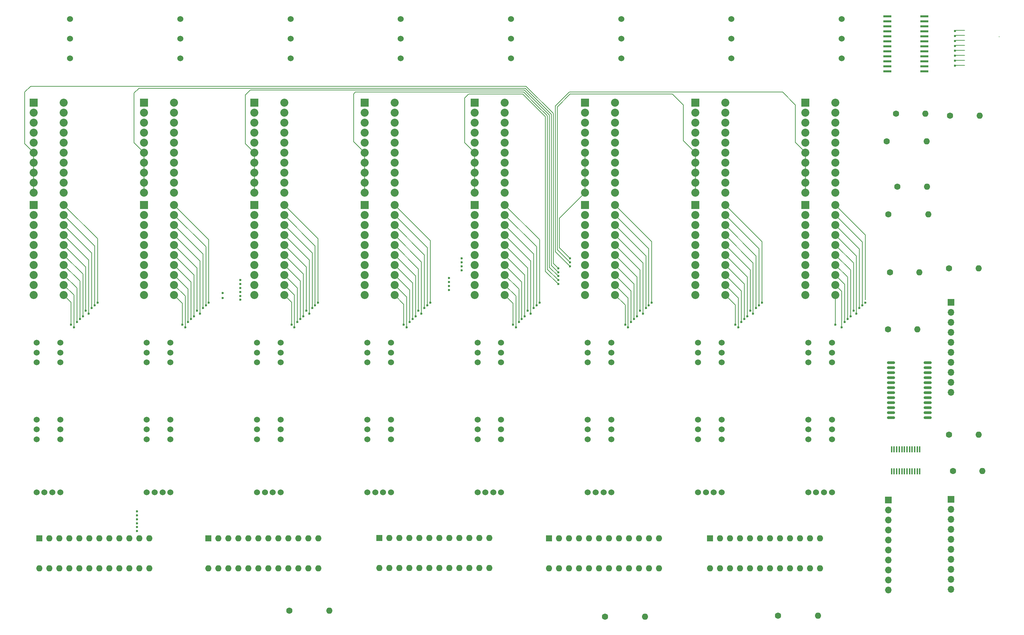
<source format=gbr>
%TF.GenerationSoftware,KiCad,Pcbnew,8.0.6*%
%TF.CreationDate,2024-12-09T18:37:17+11:00*%
%TF.ProjectId,mixer,6d697865-722e-46b6-9963-61645f706362,rev?*%
%TF.SameCoordinates,Original*%
%TF.FileFunction,Copper,L1,Top*%
%TF.FilePolarity,Positive*%
%FSLAX46Y46*%
G04 Gerber Fmt 4.6, Leading zero omitted, Abs format (unit mm)*
G04 Created by KiCad (PCBNEW 8.0.6) date 2024-12-09 18:37:17*
%MOMM*%
%LPD*%
G01*
G04 APERTURE LIST*
G04 Aperture macros list*
%AMRoundRect*
0 Rectangle with rounded corners*
0 $1 Rounding radius*
0 $2 $3 $4 $5 $6 $7 $8 $9 X,Y pos of 4 corners*
0 Add a 4 corners polygon primitive as box body*
4,1,4,$2,$3,$4,$5,$6,$7,$8,$9,$2,$3,0*
0 Add four circle primitives for the rounded corners*
1,1,$1+$1,$2,$3*
1,1,$1+$1,$4,$5*
1,1,$1+$1,$6,$7*
1,1,$1+$1,$8,$9*
0 Add four rect primitives between the rounded corners*
20,1,$1+$1,$2,$3,$4,$5,0*
20,1,$1+$1,$4,$5,$6,$7,0*
20,1,$1+$1,$6,$7,$8,$9,0*
20,1,$1+$1,$8,$9,$2,$3,0*%
G04 Aperture macros list end*
%TA.AperFunction,ComponentPad*%
%ADD10C,1.524000*%
%TD*%
%TA.AperFunction,ComponentPad*%
%ADD11R,2.032000X2.032000*%
%TD*%
%TA.AperFunction,ComponentPad*%
%ADD12C,2.032000*%
%TD*%
%TA.AperFunction,ComponentPad*%
%ADD13C,1.600000*%
%TD*%
%TA.AperFunction,ComponentPad*%
%ADD14O,1.600000X1.600000*%
%TD*%
%TA.AperFunction,ComponentPad*%
%ADD15R,1.700000X1.700000*%
%TD*%
%TA.AperFunction,ComponentPad*%
%ADD16O,1.700000X1.700000*%
%TD*%
%TA.AperFunction,SMDPad,CuDef*%
%ADD17R,0.300000X1.600000*%
%TD*%
%TA.AperFunction,SMDPad,CuDef*%
%ADD18R,2.000000X0.600000*%
%TD*%
%TA.AperFunction,SMDPad,CuDef*%
%ADD19RoundRect,0.150000X-0.875000X-0.150000X0.875000X-0.150000X0.875000X0.150000X-0.875000X0.150000X0*%
%TD*%
%TA.AperFunction,ComponentPad*%
%ADD20R,1.600000X1.600000*%
%TD*%
%TA.AperFunction,ViaPad*%
%ADD21C,0.600000*%
%TD*%
%TA.AperFunction,Conductor*%
%ADD22C,0.200000*%
%TD*%
G04 APERTURE END LIST*
D10*
%TO.P,solo4,1,1*%
%TO.N,Net-(U6-I3)*%
X172000000Y-136420000D03*
%TO.P,solo4,2,2*%
%TO.N,GND*%
X166000000Y-136420000D03*
%TO.P,solo4,3,K*%
%TO.N,Net-(U4-SEG_D)*%
X166000000Y-141420000D03*
%TO.P,solo4,4,A*%
%TO.N,Net-(U4-DIG_1)*%
X172000000Y-141420000D03*
%TO.P,solo4,5*%
%TO.N,N/C*%
X172000000Y-138920000D03*
%TO.P,solo4,6*%
X166000000Y-138920000D03*
%TD*%
%TO.P,SW4,1,A*%
%TO.N,Net-(SW4-C)*%
X174500000Y-64170000D03*
%TO.P,SW4,2,B*%
%TO.N,Net-(SW4-B)*%
X174500000Y-54170000D03*
%TO.P,SW4,3,C*%
%TO.N,GND*%
X174500000Y-59170000D03*
%TD*%
%TO.P,solo7,1,1*%
%TO.N,Net-(U6-I6)*%
X256000000Y-136420000D03*
%TO.P,solo7,2,2*%
%TO.N,GND*%
X250000000Y-136420000D03*
%TO.P,solo7,3,K*%
%TO.N,Net-(U4-SEG_G)*%
X250000000Y-141420000D03*
%TO.P,solo7,4,A*%
%TO.N,Net-(U4-DIG_1)*%
X256000000Y-141420000D03*
%TO.P,solo7,5*%
%TO.N,N/C*%
X256000000Y-138920000D03*
%TO.P,solo7,6*%
X250000000Y-138920000D03*
%TD*%
%TO.P,oled7,1,GND*%
%TO.N,GND*%
X250000000Y-174420000D03*
%TO.P,oled7,2,VCC*%
%TO.N,+5V*%
X252000000Y-174420000D03*
%TO.P,oled7,3,SCL*%
%TO.N,Net-(U7-SC6)*%
X254000000Y-174420000D03*
%TO.P,oled7,4,SCA*%
%TO.N,Net-(U7-SD6)*%
X256000000Y-174420000D03*
%TD*%
%TO.P,solo5,1,1*%
%TO.N,Net-(U6-I4)*%
X200000000Y-136420000D03*
%TO.P,solo5,2,2*%
%TO.N,GND*%
X194000000Y-136420000D03*
%TO.P,solo5,3,K*%
%TO.N,Net-(U4-SEG_E)*%
X194000000Y-141420000D03*
%TO.P,solo5,4,A*%
%TO.N,Net-(U4-DIG_1)*%
X200000000Y-141420000D03*
%TO.P,solo5,5*%
%TO.N,N/C*%
X200000000Y-138920000D03*
%TO.P,solo5,6*%
X194000000Y-138920000D03*
%TD*%
%TO.P,SW7,1,A*%
%TO.N,Net-(SW7-C)*%
X258500000Y-64170000D03*
%TO.P,SW7,2,B*%
%TO.N,Net-(SW7-B)*%
X258500000Y-54170000D03*
%TO.P,SW7,3,C*%
%TO.N,GND*%
X258500000Y-59170000D03*
%TD*%
D11*
%TO.P,BAR14,1,A*%
%TO.N,Net-(U9-DIG_7)*%
X221297500Y-101420000D03*
D12*
%TO.P,BAR14,2,A*%
X221297500Y-103960000D03*
%TO.P,BAR14,3,A*%
X221297500Y-106500000D03*
%TO.P,BAR14,4,A*%
X221297500Y-109040000D03*
%TO.P,BAR14,5,A*%
X221297500Y-111580000D03*
%TO.P,BAR14,6,A*%
%TO.N,Net-(U10-DIG_7)*%
X221297500Y-114120000D03*
%TO.P,BAR14,7,A*%
X221297500Y-116660000D03*
%TO.P,BAR14,8,A*%
X221297500Y-119200000D03*
%TO.P,BAR14,9,A*%
X221297500Y-121740000D03*
%TO.P,BAR14,10,A*%
X221297500Y-124280000D03*
%TO.P,BAR14,11,K*%
%TO.N,Net-(U10-SEG_E)*%
X228917500Y-124280000D03*
%TO.P,BAR14,12,K*%
%TO.N,Net-(U10-SEG_D)*%
X228917500Y-121740000D03*
%TO.P,BAR14,13,K*%
%TO.N,Net-(U10-SEG_C)*%
X228917500Y-119200000D03*
%TO.P,BAR14,14,K*%
%TO.N,Net-(U10-SEG_B)*%
X228917500Y-116660000D03*
%TO.P,BAR14,15,K*%
%TO.N,Net-(U10-SEG_A)*%
X228917500Y-114120000D03*
%TO.P,BAR14,16,K*%
%TO.N,Net-(U9-SEG_E)*%
X228917500Y-111580000D03*
%TO.P,BAR14,17,K*%
%TO.N,Net-(U9-SEG_D)*%
X228917500Y-109040000D03*
%TO.P,BAR14,18,K*%
%TO.N,Net-(U9-SEG_C)*%
X228917500Y-106500000D03*
%TO.P,BAR14,19,K*%
%TO.N,Net-(U9-SEG_B)*%
X228917500Y-103960000D03*
%TO.P,BAR14,20,K*%
%TO.N,Net-(U9-SEG_A)*%
X228917500Y-101420000D03*
%TD*%
D11*
%TO.P,BAR10,1,A*%
%TO.N,Net-(U9-DIG_4)*%
X109297500Y-101420000D03*
D12*
%TO.P,BAR10,2,A*%
X109297500Y-103960000D03*
%TO.P,BAR10,3,A*%
X109297500Y-106500000D03*
%TO.P,BAR10,4,A*%
X109297500Y-109040000D03*
%TO.P,BAR10,5,A*%
X109297500Y-111580000D03*
%TO.P,BAR10,6,A*%
%TO.N,Net-(U10-DIG_4)*%
X109297500Y-114120000D03*
%TO.P,BAR10,7,A*%
X109297500Y-116660000D03*
%TO.P,BAR10,8,A*%
X109297500Y-119200000D03*
%TO.P,BAR10,9,A*%
X109297500Y-121740000D03*
%TO.P,BAR10,10,A*%
X109297500Y-124280000D03*
%TO.P,BAR10,11,K*%
%TO.N,Net-(U10-SEG_E)*%
X116917500Y-124280000D03*
%TO.P,BAR10,12,K*%
%TO.N,Net-(U10-SEG_D)*%
X116917500Y-121740000D03*
%TO.P,BAR10,13,K*%
%TO.N,Net-(U10-SEG_C)*%
X116917500Y-119200000D03*
%TO.P,BAR10,14,K*%
%TO.N,Net-(U10-SEG_B)*%
X116917500Y-116660000D03*
%TO.P,BAR10,15,K*%
%TO.N,Net-(U10-SEG_A)*%
X116917500Y-114120000D03*
%TO.P,BAR10,16,K*%
%TO.N,Net-(U9-SEG_E)*%
X116917500Y-111580000D03*
%TO.P,BAR10,17,K*%
%TO.N,Net-(U9-SEG_D)*%
X116917500Y-109040000D03*
%TO.P,BAR10,18,K*%
%TO.N,Net-(U9-SEG_C)*%
X116917500Y-106500000D03*
%TO.P,BAR10,19,K*%
%TO.N,Net-(U9-SEG_B)*%
X116917500Y-103960000D03*
%TO.P,BAR10,20,K*%
%TO.N,Net-(U9-SEG_A)*%
X116917500Y-101420000D03*
%TD*%
D10*
%TO.P,SW8,1,A*%
%TO.N,Net-(SW8-B)*%
X286500000Y-64170000D03*
%TO.P,SW8,2,B*%
%TO.N,Net-(SW8-A)*%
X286500000Y-54170000D03*
%TO.P,SW8,3,C*%
%TO.N,GND*%
X286500000Y-59170000D03*
%TD*%
%TO.P,oled3,1,GND*%
%TO.N,GND*%
X138000000Y-174420000D03*
%TO.P,oled3,2,VCC*%
%TO.N,+5V*%
X140000000Y-174420000D03*
%TO.P,oled3,3,SCL*%
%TO.N,Net-(U7-SC2)*%
X142000000Y-174420000D03*
%TO.P,oled3,4,SCA*%
%TO.N,Net-(U7-SD2)*%
X144000000Y-174420000D03*
%TD*%
%TO.P,oled8,1,GND*%
%TO.N,GND*%
X278000000Y-174420000D03*
%TO.P,oled8,2,VCC*%
%TO.N,+5V*%
X280000000Y-174420000D03*
%TO.P,oled8,3,SCL*%
%TO.N,Net-(U7-SC7)*%
X282000000Y-174420000D03*
%TO.P,oled8,4,SCA*%
%TO.N,Net-(U7-SD7)*%
X284000000Y-174420000D03*
%TD*%
%TO.P,oled1,1,GND*%
%TO.N,GND*%
X82000000Y-174420000D03*
%TO.P,oled1,2,VCC*%
%TO.N,+5V*%
X84000000Y-174420000D03*
%TO.P,oled1,3,SCL*%
%TO.N,Net-(U7-SC0)*%
X86000000Y-174420000D03*
%TO.P,oled1,4,SCA*%
%TO.N,Net-(U7-SD0)*%
X88000000Y-174420000D03*
%TD*%
%TO.P,SW5,1,A*%
%TO.N,Net-(SW5-A)*%
X202500000Y-64170000D03*
%TO.P,SW5,2,B*%
%TO.N,Net-(SW5-C)*%
X202500000Y-54170000D03*
%TO.P,SW5,3,C*%
%TO.N,GND*%
X202500000Y-59170000D03*
%TD*%
%TO.P,mute9,1,1*%
%TO.N,Net-(U6-I8)*%
X88000000Y-155920000D03*
%TO.P,mute9,2,2*%
%TO.N,GND*%
X82000000Y-155920000D03*
%TO.P,mute9,3,K*%
%TO.N,Net-(U4-SEG_A)*%
X82000000Y-160920000D03*
%TO.P,mute9,4,A*%
%TO.N,Net-(U4-DIG_0)*%
X88000000Y-160920000D03*
%TO.P,mute9,5*%
%TO.N,N/C*%
X88000000Y-158420000D03*
%TO.P,mute9,6*%
X82000000Y-158420000D03*
%TD*%
%TO.P,mute12,1,1*%
%TO.N,Net-(U6-I11)*%
X172000000Y-155920000D03*
%TO.P,mute12,2,2*%
%TO.N,GND*%
X166000000Y-155920000D03*
%TO.P,mute12,3,K*%
%TO.N,Net-(U4-SEG_D)*%
X166000000Y-160920000D03*
%TO.P,mute12,4,A*%
%TO.N,Net-(U4-DIG_0)*%
X172000000Y-160920000D03*
%TO.P,mute12,5*%
%TO.N,N/C*%
X172000000Y-158420000D03*
%TO.P,mute12,6*%
X166000000Y-158420000D03*
%TD*%
D11*
%TO.P,BAR16,1,A*%
%TO.N,Net-(U9-DIG_1)*%
X277297500Y-101420000D03*
D12*
%TO.P,BAR16,2,A*%
X277297500Y-103960000D03*
%TO.P,BAR16,3,A*%
X277297500Y-106500000D03*
%TO.P,BAR16,4,A*%
X277297500Y-109040000D03*
%TO.P,BAR16,5,A*%
X277297500Y-111580000D03*
%TO.P,BAR16,6,A*%
%TO.N,Net-(U10-DIG_1)*%
X277297500Y-114120000D03*
%TO.P,BAR16,7,A*%
X277297500Y-116660000D03*
%TO.P,BAR16,8,A*%
X277297500Y-119200000D03*
%TO.P,BAR16,9,A*%
X277297500Y-121740000D03*
%TO.P,BAR16,10,A*%
X277297500Y-124280000D03*
%TO.P,BAR16,11,K*%
%TO.N,Net-(U10-SEG_E)*%
X284917500Y-124280000D03*
%TO.P,BAR16,12,K*%
%TO.N,Net-(U10-SEG_D)*%
X284917500Y-121740000D03*
%TO.P,BAR16,13,K*%
%TO.N,Net-(U10-SEG_C)*%
X284917500Y-119200000D03*
%TO.P,BAR16,14,K*%
%TO.N,Net-(U10-SEG_B)*%
X284917500Y-116660000D03*
%TO.P,BAR16,15,K*%
%TO.N,Net-(U10-SEG_A)*%
X284917500Y-114120000D03*
%TO.P,BAR16,16,K*%
%TO.N,Net-(U9-SEG_E)*%
X284917500Y-111580000D03*
%TO.P,BAR16,17,K*%
%TO.N,Net-(U9-SEG_D)*%
X284917500Y-109040000D03*
%TO.P,BAR16,18,K*%
%TO.N,Net-(U9-SEG_C)*%
X284917500Y-106500000D03*
%TO.P,BAR16,19,K*%
%TO.N,Net-(U9-SEG_B)*%
X284917500Y-103960000D03*
%TO.P,BAR16,20,K*%
%TO.N,Net-(U9-SEG_A)*%
X284917500Y-101420000D03*
%TD*%
D13*
%TO.P,C1,1*%
%TO.N,GND*%
X300670000Y-96750000D03*
D14*
%TO.P,C1,2*%
%TO.N,+5V*%
X308170000Y-96750000D03*
%TD*%
D13*
%TO.P,C2,1*%
%TO.N,GND*%
X314000000Y-78750000D03*
D14*
%TO.P,C2,2*%
%TO.N,+5V*%
X321500000Y-78750000D03*
%TD*%
D10*
%TO.P,solo8,1,1*%
%TO.N,Net-(U6-I7)*%
X284000000Y-136420000D03*
%TO.P,solo8,2,2*%
%TO.N,GND*%
X278000000Y-136420000D03*
%TO.P,solo8,3,K*%
%TO.N,Net-(U4-SEG_DP)*%
X278000000Y-141420000D03*
%TO.P,solo8,4,A*%
%TO.N,Net-(U4-DIG_1)*%
X284000000Y-141420000D03*
%TO.P,solo8,5*%
%TO.N,N/C*%
X284000000Y-138920000D03*
%TO.P,solo8,6*%
X278000000Y-138920000D03*
%TD*%
%TO.P,oled6,1,GND*%
%TO.N,GND*%
X222000000Y-174420000D03*
%TO.P,oled6,2,VCC*%
%TO.N,+5V*%
X224000000Y-174420000D03*
%TO.P,oled6,3,SCL*%
%TO.N,Net-(U7-SC5)*%
X226000000Y-174420000D03*
%TO.P,oled6,4,SCA*%
%TO.N,Net-(U7-SD5)*%
X228000000Y-174420000D03*
%TD*%
D11*
%TO.P,BAR9,1,A*%
%TO.N,Net-(U9-DIG_0)*%
X81297500Y-101420000D03*
D12*
%TO.P,BAR9,2,A*%
X81297500Y-103960000D03*
%TO.P,BAR9,3,A*%
X81297500Y-106500000D03*
%TO.P,BAR9,4,A*%
X81297500Y-109040000D03*
%TO.P,BAR9,5,A*%
X81297500Y-111580000D03*
%TO.P,BAR9,6,A*%
%TO.N,Net-(U10-DIG_0)*%
X81297500Y-114120000D03*
%TO.P,BAR9,7,A*%
X81297500Y-116660000D03*
%TO.P,BAR9,8,A*%
X81297500Y-119200000D03*
%TO.P,BAR9,9,A*%
X81297500Y-121740000D03*
%TO.P,BAR9,10,A*%
X81297500Y-124280000D03*
%TO.P,BAR9,11,K*%
%TO.N,Net-(U10-SEG_E)*%
X88917500Y-124280000D03*
%TO.P,BAR9,12,K*%
%TO.N,Net-(U10-SEG_D)*%
X88917500Y-121740000D03*
%TO.P,BAR9,13,K*%
%TO.N,Net-(U10-SEG_C)*%
X88917500Y-119200000D03*
%TO.P,BAR9,14,K*%
%TO.N,Net-(U10-SEG_B)*%
X88917500Y-116660000D03*
%TO.P,BAR9,15,K*%
%TO.N,Net-(U10-SEG_A)*%
X88917500Y-114120000D03*
%TO.P,BAR9,16,K*%
%TO.N,Net-(U9-SEG_E)*%
X88917500Y-111580000D03*
%TO.P,BAR9,17,K*%
%TO.N,Net-(U9-SEG_D)*%
X88917500Y-109040000D03*
%TO.P,BAR9,18,K*%
%TO.N,Net-(U9-SEG_C)*%
X88917500Y-106500000D03*
%TO.P,BAR9,19,K*%
%TO.N,Net-(U9-SEG_B)*%
X88917500Y-103960000D03*
%TO.P,BAR9,20,K*%
%TO.N,Net-(U9-SEG_A)*%
X88917500Y-101420000D03*
%TD*%
D11*
%TO.P,BAR15,1,A*%
%TO.N,Net-(U9-DIG_5)*%
X249297500Y-101420000D03*
D12*
%TO.P,BAR15,2,A*%
X249297500Y-103960000D03*
%TO.P,BAR15,3,A*%
X249297500Y-106500000D03*
%TO.P,BAR15,4,A*%
X249297500Y-109040000D03*
%TO.P,BAR15,5,A*%
X249297500Y-111580000D03*
%TO.P,BAR15,6,A*%
%TO.N,Net-(U10-DIG_5)*%
X249297500Y-114120000D03*
%TO.P,BAR15,7,A*%
X249297500Y-116660000D03*
%TO.P,BAR15,8,A*%
X249297500Y-119200000D03*
%TO.P,BAR15,9,A*%
X249297500Y-121740000D03*
%TO.P,BAR15,10,A*%
X249297500Y-124280000D03*
%TO.P,BAR15,11,K*%
%TO.N,Net-(U10-SEG_E)*%
X256917500Y-124280000D03*
%TO.P,BAR15,12,K*%
%TO.N,Net-(U10-SEG_D)*%
X256917500Y-121740000D03*
%TO.P,BAR15,13,K*%
%TO.N,Net-(U10-SEG_C)*%
X256917500Y-119200000D03*
%TO.P,BAR15,14,K*%
%TO.N,Net-(U10-SEG_B)*%
X256917500Y-116660000D03*
%TO.P,BAR15,15,K*%
%TO.N,Net-(U10-SEG_A)*%
X256917500Y-114120000D03*
%TO.P,BAR15,16,K*%
%TO.N,Net-(U9-SEG_E)*%
X256917500Y-111580000D03*
%TO.P,BAR15,17,K*%
%TO.N,Net-(U9-SEG_D)*%
X256917500Y-109040000D03*
%TO.P,BAR15,18,K*%
%TO.N,Net-(U9-SEG_C)*%
X256917500Y-106500000D03*
%TO.P,BAR15,19,K*%
%TO.N,Net-(U9-SEG_B)*%
X256917500Y-103960000D03*
%TO.P,BAR15,20,K*%
%TO.N,Net-(U9-SEG_A)*%
X256917500Y-101420000D03*
%TD*%
D10*
%TO.P,oled2,1,GND*%
%TO.N,GND*%
X110000000Y-174420000D03*
%TO.P,oled2,2,VCC*%
%TO.N,+5V*%
X112000000Y-174420000D03*
%TO.P,oled2,3,SCL*%
%TO.N,Net-(U7-SC1)*%
X114000000Y-174420000D03*
%TO.P,oled2,4,SCA*%
%TO.N,Net-(U7-SD1)*%
X116000000Y-174420000D03*
%TD*%
D11*
%TO.P,BAR11,1,A*%
%TO.N,Net-(U9-DIG_6)*%
X137297500Y-101420000D03*
D12*
%TO.P,BAR11,2,A*%
X137297500Y-103960000D03*
%TO.P,BAR11,3,A*%
X137297500Y-106500000D03*
%TO.P,BAR11,4,A*%
X137297500Y-109040000D03*
%TO.P,BAR11,5,A*%
X137297500Y-111580000D03*
%TO.P,BAR11,6,A*%
%TO.N,Net-(U10-DIG_6)*%
X137297500Y-114120000D03*
%TO.P,BAR11,7,A*%
X137297500Y-116660000D03*
%TO.P,BAR11,8,A*%
X137297500Y-119200000D03*
%TO.P,BAR11,9,A*%
X137297500Y-121740000D03*
%TO.P,BAR11,10,A*%
X137297500Y-124280000D03*
%TO.P,BAR11,11,K*%
%TO.N,Net-(U10-SEG_E)*%
X144917500Y-124280000D03*
%TO.P,BAR11,12,K*%
%TO.N,Net-(U10-SEG_D)*%
X144917500Y-121740000D03*
%TO.P,BAR11,13,K*%
%TO.N,Net-(U10-SEG_C)*%
X144917500Y-119200000D03*
%TO.P,BAR11,14,K*%
%TO.N,Net-(U10-SEG_B)*%
X144917500Y-116660000D03*
%TO.P,BAR11,15,K*%
%TO.N,Net-(U10-SEG_A)*%
X144917500Y-114120000D03*
%TO.P,BAR11,16,K*%
%TO.N,Net-(U9-SEG_E)*%
X144917500Y-111580000D03*
%TO.P,BAR11,17,K*%
%TO.N,Net-(U9-SEG_D)*%
X144917500Y-109040000D03*
%TO.P,BAR11,18,K*%
%TO.N,Net-(U9-SEG_C)*%
X144917500Y-106500000D03*
%TO.P,BAR11,19,K*%
%TO.N,Net-(U9-SEG_B)*%
X144917500Y-103960000D03*
%TO.P,BAR11,20,K*%
%TO.N,Net-(U9-SEG_A)*%
X144917500Y-101420000D03*
%TD*%
D15*
%TO.P, 111,1*%
%TO.N,/display/SDA*%
X314250000Y-176170000D03*
D16*
%TO.P, 111,2*%
%TO.N,unconnected-( 111-Pad2)*%
X314250000Y-178710000D03*
%TO.P, 111,3*%
%TO.N,unconnected-( 111-Pad3)*%
X314250000Y-181250000D03*
%TO.P, 111,4*%
%TO.N,unconnected-( 111-Pad4)*%
X314250000Y-183790000D03*
%TO.P, 111,5*%
%TO.N,unconnected-( 111-Pad5)*%
X314250000Y-186330000D03*
%TO.P, 111,6*%
%TO.N,unconnected-( 111-Pad6)*%
X314250000Y-188870000D03*
%TO.P, 111,7*%
%TO.N,unconnected-( 111-Pad7)*%
X314250000Y-191410000D03*
%TO.P, 111,8*%
%TO.N,unconnected-( 111-Pad8)*%
X314250000Y-193950000D03*
%TO.P, 111,9*%
%TO.N,unconnected-( 111-Pad9)*%
X314250000Y-196490000D03*
%TO.P, 111,10*%
%TO.N,unconnected-( 111-Pad10)*%
X314250000Y-199030000D03*
%TD*%
D11*
%TO.P,BAR4,1,A*%
%TO.N,Net-(U11-DIG_2)*%
X165297500Y-75420000D03*
D12*
%TO.P,BAR4,2,A*%
X165297500Y-77960000D03*
%TO.P,BAR4,3,A*%
X165297500Y-80500000D03*
%TO.P,BAR4,4,A*%
X165297500Y-83040000D03*
%TO.P,BAR4,5,A*%
X165297500Y-85580000D03*
%TO.P,BAR4,6,A*%
%TO.N,Net-(U12-DIG_2)*%
X165297500Y-88120000D03*
%TO.P,BAR4,7,A*%
X165297500Y-90660000D03*
%TO.P,BAR4,8,A*%
X165297500Y-93200000D03*
%TO.P,BAR4,9,A*%
X165297500Y-95740000D03*
%TO.P,BAR4,10,A*%
X165297500Y-98280000D03*
%TO.P,BAR4,11,K*%
%TO.N,Net-(U12-SEG_E)*%
X172917500Y-98280000D03*
%TO.P,BAR4,12,K*%
%TO.N,Net-(U12-SEG_D)*%
X172917500Y-95740000D03*
%TO.P,BAR4,13,K*%
%TO.N,Net-(U12-SEG_C)*%
X172917500Y-93200000D03*
%TO.P,BAR4,14,K*%
%TO.N,Net-(U12-SEG_B)*%
X172917500Y-90660000D03*
%TO.P,BAR4,15,K*%
%TO.N,Net-(U12-SEG_A)*%
X172917500Y-88120000D03*
%TO.P,BAR4,16,K*%
%TO.N,Net-(U11-SEG_E)*%
X172917500Y-85580000D03*
%TO.P,BAR4,17,K*%
%TO.N,Net-(U11-SEG_D)*%
X172917500Y-83040000D03*
%TO.P,BAR4,18,K*%
%TO.N,Net-(U11-SEG_C)*%
X172917500Y-80500000D03*
%TO.P,BAR4,19,K*%
%TO.N,Net-(U11-SEG_B)*%
X172917500Y-77960000D03*
%TO.P,BAR4,20,K*%
%TO.N,Net-(U11-SEG_A)*%
X172917500Y-75420000D03*
%TD*%
D10*
%TO.P,SW3,1,A*%
%TO.N,Net-(SW3-A)*%
X146500000Y-64170000D03*
%TO.P,SW3,2,B*%
%TO.N,Net-(SW3-B)*%
X146500000Y-54170000D03*
%TO.P,SW3,3,C*%
%TO.N,GND*%
X146500000Y-59170000D03*
%TD*%
D13*
%TO.P,R1,1*%
%TO.N,GND*%
X146170000Y-204500000D03*
D14*
%TO.P,R1,2*%
%TO.N,Net-(U9-ISET)*%
X156330000Y-204500000D03*
%TD*%
D11*
%TO.P,BAR12,1,A*%
%TO.N,Net-(U9-DIG_2)*%
X165297500Y-101420000D03*
D12*
%TO.P,BAR12,2,A*%
X165297500Y-103960000D03*
%TO.P,BAR12,3,A*%
X165297500Y-106500000D03*
%TO.P,BAR12,4,A*%
X165297500Y-109040000D03*
%TO.P,BAR12,5,A*%
X165297500Y-111580000D03*
%TO.P,BAR12,6,A*%
%TO.N,Net-(U10-DIG_2)*%
X165297500Y-114120000D03*
%TO.P,BAR12,7,A*%
X165297500Y-116660000D03*
%TO.P,BAR12,8,A*%
X165297500Y-119200000D03*
%TO.P,BAR12,9,A*%
X165297500Y-121740000D03*
%TO.P,BAR12,10,A*%
X165297500Y-124280000D03*
%TO.P,BAR12,11,K*%
%TO.N,Net-(U10-SEG_E)*%
X172917500Y-124280000D03*
%TO.P,BAR12,12,K*%
%TO.N,Net-(U10-SEG_D)*%
X172917500Y-121740000D03*
%TO.P,BAR12,13,K*%
%TO.N,Net-(U10-SEG_C)*%
X172917500Y-119200000D03*
%TO.P,BAR12,14,K*%
%TO.N,Net-(U10-SEG_B)*%
X172917500Y-116660000D03*
%TO.P,BAR12,15,K*%
%TO.N,Net-(U10-SEG_A)*%
X172917500Y-114120000D03*
%TO.P,BAR12,16,K*%
%TO.N,Net-(U9-SEG_E)*%
X172917500Y-111580000D03*
%TO.P,BAR12,17,K*%
%TO.N,Net-(U9-SEG_D)*%
X172917500Y-109040000D03*
%TO.P,BAR12,18,K*%
%TO.N,Net-(U9-SEG_C)*%
X172917500Y-106500000D03*
%TO.P,BAR12,19,K*%
%TO.N,Net-(U9-SEG_B)*%
X172917500Y-103960000D03*
%TO.P,BAR12,20,K*%
%TO.N,Net-(U9-SEG_A)*%
X172917500Y-101420000D03*
%TD*%
D13*
%TO.P,R2,1*%
%TO.N,GND*%
X297920000Y-85250000D03*
D14*
%TO.P,R2,2*%
%TO.N,Net-(U10-ISET)*%
X308080000Y-85250000D03*
%TD*%
D10*
%TO.P,solo2,1,1*%
%TO.N,Net-(U6-I1)*%
X116000000Y-136420000D03*
%TO.P,solo2,2,2*%
%TO.N,GND*%
X110000000Y-136420000D03*
%TO.P,solo2,3,K*%
%TO.N,Net-(U4-SEG_B)*%
X110000000Y-141420000D03*
%TO.P,solo2,4,A*%
%TO.N,Net-(U4-DIG_1)*%
X116000000Y-141420000D03*
%TO.P,solo2,5*%
%TO.N,N/C*%
X116000000Y-138920000D03*
%TO.P,solo2,6*%
X110000000Y-138920000D03*
%TD*%
D11*
%TO.P,BAR5,1,A*%
%TO.N,Net-(U11-DIG_3)*%
X193297500Y-75420000D03*
D12*
%TO.P,BAR5,2,A*%
X193297500Y-77960000D03*
%TO.P,BAR5,3,A*%
X193297500Y-80500000D03*
%TO.P,BAR5,4,A*%
X193297500Y-83040000D03*
%TO.P,BAR5,5,A*%
X193297500Y-85580000D03*
%TO.P,BAR5,6,A*%
%TO.N,Net-(U12-DIG_3)*%
X193297500Y-88120000D03*
%TO.P,BAR5,7,A*%
X193297500Y-90660000D03*
%TO.P,BAR5,8,A*%
X193297500Y-93200000D03*
%TO.P,BAR5,9,A*%
X193297500Y-95740000D03*
%TO.P,BAR5,10,A*%
X193297500Y-98280000D03*
%TO.P,BAR5,11,K*%
%TO.N,Net-(U12-SEG_E)*%
X200917500Y-98280000D03*
%TO.P,BAR5,12,K*%
%TO.N,Net-(U12-SEG_D)*%
X200917500Y-95740000D03*
%TO.P,BAR5,13,K*%
%TO.N,Net-(U12-SEG_C)*%
X200917500Y-93200000D03*
%TO.P,BAR5,14,K*%
%TO.N,Net-(U12-SEG_B)*%
X200917500Y-90660000D03*
%TO.P,BAR5,15,K*%
%TO.N,Net-(U12-SEG_A)*%
X200917500Y-88120000D03*
%TO.P,BAR5,16,K*%
%TO.N,Net-(U11-SEG_E)*%
X200917500Y-85580000D03*
%TO.P,BAR5,17,K*%
%TO.N,Net-(U11-SEG_D)*%
X200917500Y-83040000D03*
%TO.P,BAR5,18,K*%
%TO.N,Net-(U11-SEG_C)*%
X200917500Y-80500000D03*
%TO.P,BAR5,19,K*%
%TO.N,Net-(U11-SEG_B)*%
X200917500Y-77960000D03*
%TO.P,BAR5,20,K*%
%TO.N,Net-(U11-SEG_A)*%
X200917500Y-75420000D03*
%TD*%
D13*
%TO.P,R3,1*%
%TO.N,GND*%
X298340000Y-103750000D03*
D14*
%TO.P,R3,2*%
%TO.N,Net-(U11-ISET)*%
X308500000Y-103750000D03*
%TD*%
D10*
%TO.P,mute10,1,1*%
%TO.N,Net-(U6-I9)*%
X116000000Y-155920000D03*
%TO.P,mute10,2,2*%
%TO.N,GND*%
X110000000Y-155920000D03*
%TO.P,mute10,3,K*%
%TO.N,Net-(U4-SEG_B)*%
X110000000Y-160920000D03*
%TO.P,mute10,4,A*%
%TO.N,Net-(U4-DIG_0)*%
X116000000Y-160920000D03*
%TO.P,mute10,5*%
%TO.N,N/C*%
X116000000Y-158420000D03*
%TO.P,mute10,6*%
X110000000Y-158420000D03*
%TD*%
D13*
%TO.P,C12,1*%
%TO.N,GND*%
X313750000Y-117500000D03*
D14*
%TO.P,C12,2*%
%TO.N,+5V*%
X321250000Y-117500000D03*
%TD*%
D15*
%TO.P, 11,1*%
%TO.N,/display/SCL*%
X314250000Y-126130000D03*
D16*
%TO.P, 11,2*%
%TO.N,/display/A0*%
X314250000Y-128670000D03*
%TO.P, 11,3*%
%TO.N,/display/A1*%
X314250000Y-131210000D03*
%TO.P, 11,4*%
%TO.N,/display/A2*%
X314250000Y-133750000D03*
%TO.P, 11,5*%
%TO.N,/gain/COM*%
X314250000Y-136290000D03*
%TO.P, 11,6*%
%TO.N,/gain/S0*%
X314250000Y-138830000D03*
%TO.P, 11,7*%
%TO.N,/gain/S1*%
X314250000Y-141370000D03*
%TO.P, 11,8*%
%TO.N,/gain/S2*%
X314250000Y-143910000D03*
%TO.P, 11,9*%
%TO.N,/gain/S3*%
X314250000Y-146450000D03*
%TO.P, 11,10*%
%TO.N,/buttons/COM*%
X314250000Y-148990000D03*
%TD*%
D13*
%TO.P,R5,1*%
%TO.N,+5V*%
X270340000Y-205750000D03*
D14*
%TO.P,R5,2*%
%TO.N,Net-(U4-ISET)*%
X280500000Y-205750000D03*
%TD*%
D11*
%TO.P,BAR3,1,A*%
%TO.N,Net-(U11-DIG_6)*%
X137297500Y-75420000D03*
D12*
%TO.P,BAR3,2,A*%
X137297500Y-77960000D03*
%TO.P,BAR3,3,A*%
X137297500Y-80500000D03*
%TO.P,BAR3,4,A*%
X137297500Y-83040000D03*
%TO.P,BAR3,5,A*%
X137297500Y-85580000D03*
%TO.P,BAR3,6,A*%
%TO.N,Net-(U12-DIG_6)*%
X137297500Y-88120000D03*
%TO.P,BAR3,7,A*%
X137297500Y-90660000D03*
%TO.P,BAR3,8,A*%
X137297500Y-93200000D03*
%TO.P,BAR3,9,A*%
X137297500Y-95740000D03*
%TO.P,BAR3,10,A*%
X137297500Y-98280000D03*
%TO.P,BAR3,11,K*%
%TO.N,Net-(U12-SEG_E)*%
X144917500Y-98280000D03*
%TO.P,BAR3,12,K*%
%TO.N,Net-(U12-SEG_D)*%
X144917500Y-95740000D03*
%TO.P,BAR3,13,K*%
%TO.N,Net-(U12-SEG_C)*%
X144917500Y-93200000D03*
%TO.P,BAR3,14,K*%
%TO.N,Net-(U12-SEG_B)*%
X144917500Y-90660000D03*
%TO.P,BAR3,15,K*%
%TO.N,Net-(U12-SEG_A)*%
X144917500Y-88120000D03*
%TO.P,BAR3,16,K*%
%TO.N,Net-(U11-SEG_E)*%
X144917500Y-85580000D03*
%TO.P,BAR3,17,K*%
%TO.N,Net-(U11-SEG_D)*%
X144917500Y-83040000D03*
%TO.P,BAR3,18,K*%
%TO.N,Net-(U11-SEG_C)*%
X144917500Y-80500000D03*
%TO.P,BAR3,19,K*%
%TO.N,Net-(U11-SEG_B)*%
X144917500Y-77960000D03*
%TO.P,BAR3,20,K*%
%TO.N,Net-(U11-SEG_A)*%
X144917500Y-75420000D03*
%TD*%
D17*
%TO.P,U7,1,A0*%
%TO.N,/display/A0*%
X299175000Y-169050000D03*
%TO.P,U7,2,A1*%
%TO.N,/display/A1*%
X299825000Y-169050000D03*
%TO.P,U7,3,~{RES}*%
%TO.N,+5V*%
X300475000Y-169050000D03*
%TO.P,U7,4,SD0*%
%TO.N,Net-(U7-SD0)*%
X301125000Y-169050000D03*
%TO.P,U7,5,SC0*%
%TO.N,Net-(U7-SC0)*%
X301775000Y-169050000D03*
%TO.P,U7,6,SD1*%
%TO.N,Net-(U7-SD1)*%
X302425000Y-169050000D03*
%TO.P,U7,7,SC1*%
%TO.N,Net-(U7-SC1)*%
X303075000Y-169050000D03*
%TO.P,U7,8,SD2*%
%TO.N,Net-(U7-SD2)*%
X303725000Y-169050000D03*
%TO.P,U7,9,SC2*%
%TO.N,Net-(U7-SC2)*%
X304375000Y-169050000D03*
%TO.P,U7,10,SD3*%
%TO.N,Net-(U7-SD3)*%
X305025000Y-169050000D03*
%TO.P,U7,11,SC3*%
%TO.N,Net-(U7-SC3)*%
X305675000Y-169050000D03*
%TO.P,U7,12,GND*%
%TO.N,GND*%
X306325000Y-169050000D03*
%TO.P,U7,13,SD4*%
%TO.N,Net-(U7-SD4)*%
X306325000Y-163450000D03*
%TO.P,U7,14,SC4*%
%TO.N,Net-(U7-SC4)*%
X305675000Y-163450000D03*
%TO.P,U7,15,SD5*%
%TO.N,Net-(U7-SD5)*%
X305025000Y-163450000D03*
%TO.P,U7,16,SC5*%
%TO.N,Net-(U7-SC5)*%
X304375000Y-163450000D03*
%TO.P,U7,17,SD6*%
%TO.N,Net-(U7-SD6)*%
X303725000Y-163450000D03*
%TO.P,U7,18,SC6*%
%TO.N,Net-(U7-SC6)*%
X303075000Y-163450000D03*
%TO.P,U7,19,SD7*%
%TO.N,Net-(U7-SD7)*%
X302425000Y-163450000D03*
%TO.P,U7,20,SC7*%
%TO.N,Net-(U7-SC7)*%
X301775000Y-163450000D03*
%TO.P,U7,21,A2*%
%TO.N,/display/A2*%
X301125000Y-163450000D03*
%TO.P,U7,22,SCL*%
%TO.N,/display/SCL*%
X300475000Y-163450000D03*
%TO.P,U7,23,SDA*%
%TO.N,/display/SDA*%
X299825000Y-163450000D03*
%TO.P,U7,24,VCC*%
%TO.N,+5V*%
X299175000Y-163450000D03*
%TD*%
D10*
%TO.P,mute11,1,1*%
%TO.N,Net-(U6-I10)*%
X144000000Y-155920000D03*
%TO.P,mute11,2,2*%
%TO.N,GND*%
X138000000Y-155920000D03*
%TO.P,mute11,3,K*%
%TO.N,Net-(U4-SEG_C)*%
X138000000Y-160920000D03*
%TO.P,mute11,4,A*%
%TO.N,Net-(U4-DIG_0)*%
X144000000Y-160920000D03*
%TO.P,mute11,5*%
%TO.N,N/C*%
X144000000Y-158420000D03*
%TO.P,mute11,6*%
X138000000Y-158420000D03*
%TD*%
%TO.P,solo3,1,1*%
%TO.N,Net-(U6-I2)*%
X144000000Y-136420000D03*
%TO.P,solo3,2,2*%
%TO.N,GND*%
X138000000Y-136420000D03*
%TO.P,solo3,3,K*%
%TO.N,Net-(U4-SEG_C)*%
X138000000Y-141420000D03*
%TO.P,solo3,4,A*%
%TO.N,Net-(U4-DIG_1)*%
X144000000Y-141420000D03*
%TO.P,solo3,5*%
%TO.N,N/C*%
X144000000Y-138920000D03*
%TO.P,solo3,6*%
X138000000Y-138920000D03*
%TD*%
D18*
%TO.P,U13,1,COM*%
%TO.N,/gain/COM*%
X307450000Y-67485000D03*
%TO.P,U13,2,I7*%
%TO.N,Net-(SW4-B)*%
X307450000Y-66215000D03*
%TO.P,U13,3,I6*%
%TO.N,Net-(SW4-C)*%
X307450000Y-64945000D03*
%TO.P,U13,4,I5*%
%TO.N,Net-(SW3-B)*%
X307450000Y-63675000D03*
%TO.P,U13,5,I4*%
%TO.N,Net-(SW3-A)*%
X307450000Y-62405000D03*
%TO.P,U13,6,I3*%
%TO.N,Net-(SW2-B)*%
X307450000Y-61135000D03*
%TO.P,U13,7,I2*%
%TO.N,Net-(SW2-C)*%
X307450000Y-59865000D03*
%TO.P,U13,8,I1*%
%TO.N,Net-(SW1-C)*%
X307450000Y-58595000D03*
%TO.P,U13,9,I0*%
%TO.N,Net-(SW1-B)*%
X307450000Y-57325000D03*
%TO.P,U13,10,S0*%
%TO.N,/gain/S0*%
X307450000Y-56055000D03*
%TO.P,U13,11,S1*%
%TO.N,/gain/S1*%
X307450000Y-54785000D03*
%TO.P,U13,12,GND*%
%TO.N,GND*%
X307450000Y-53515000D03*
%TO.P,U13,13,S3*%
%TO.N,/gain/S2*%
X298050000Y-53515000D03*
%TO.P,U13,14,S2*%
%TO.N,/gain/S3*%
X298050000Y-54785000D03*
%TO.P,U13,15,E*%
%TO.N,GND*%
X298050000Y-56055000D03*
%TO.P,U13,16,I15*%
%TO.N,Net-(SW8-A)*%
X298050000Y-57325000D03*
%TO.P,U13,17,I14*%
%TO.N,Net-(SW8-B)*%
X298050000Y-58595000D03*
%TO.P,U13,18,I13*%
%TO.N,Net-(SW7-B)*%
X298050000Y-59865000D03*
%TO.P,U13,19,I12*%
%TO.N,Net-(SW7-C)*%
X298050000Y-61135000D03*
%TO.P,U13,20,I11*%
%TO.N,Net-(SW6-B)*%
X298050000Y-62405000D03*
%TO.P,U13,21,I10*%
%TO.N,Net-(SW6-C)*%
X298050000Y-63675000D03*
%TO.P,U13,22,I9*%
%TO.N,Net-(SW5-C)*%
X298050000Y-64945000D03*
%TO.P,U13,23,I8*%
%TO.N,Net-(SW5-A)*%
X298050000Y-66215000D03*
%TO.P,U13,24,VCC*%
%TO.N,+5V*%
X298050000Y-67485000D03*
%TD*%
D11*
%TO.P,BAR8,1,A*%
%TO.N,Net-(U11-DIG_1)*%
X277297500Y-75420000D03*
D12*
%TO.P,BAR8,2,A*%
X277297500Y-77960000D03*
%TO.P,BAR8,3,A*%
X277297500Y-80500000D03*
%TO.P,BAR8,4,A*%
X277297500Y-83040000D03*
%TO.P,BAR8,5,A*%
X277297500Y-85580000D03*
%TO.P,BAR8,6,A*%
%TO.N,Net-(U12-DIG_1)*%
X277297500Y-88120000D03*
%TO.P,BAR8,7,A*%
X277297500Y-90660000D03*
%TO.P,BAR8,8,A*%
X277297500Y-93200000D03*
%TO.P,BAR8,9,A*%
X277297500Y-95740000D03*
%TO.P,BAR8,10,A*%
X277297500Y-98280000D03*
%TO.P,BAR8,11,K*%
%TO.N,Net-(U12-SEG_E)*%
X284917500Y-98280000D03*
%TO.P,BAR8,12,K*%
%TO.N,Net-(U12-SEG_D)*%
X284917500Y-95740000D03*
%TO.P,BAR8,13,K*%
%TO.N,Net-(U12-SEG_C)*%
X284917500Y-93200000D03*
%TO.P,BAR8,14,K*%
%TO.N,Net-(U12-SEG_B)*%
X284917500Y-90660000D03*
%TO.P,BAR8,15,K*%
%TO.N,Net-(U12-SEG_A)*%
X284917500Y-88120000D03*
%TO.P,BAR8,16,K*%
%TO.N,Net-(U11-SEG_E)*%
X284917500Y-85580000D03*
%TO.P,BAR8,17,K*%
%TO.N,Net-(U11-SEG_D)*%
X284917500Y-83040000D03*
%TO.P,BAR8,18,K*%
%TO.N,Net-(U11-SEG_C)*%
X284917500Y-80500000D03*
%TO.P,BAR8,19,K*%
%TO.N,Net-(U11-SEG_B)*%
X284917500Y-77960000D03*
%TO.P,BAR8,20,K*%
%TO.N,Net-(U11-SEG_A)*%
X284917500Y-75420000D03*
%TD*%
D10*
%TO.P,mute13,1,1*%
%TO.N,Net-(U6-I12)*%
X200000000Y-155920000D03*
%TO.P,mute13,2,2*%
%TO.N,GND*%
X194000000Y-155920000D03*
%TO.P,mute13,3,K*%
%TO.N,Net-(U4-SEG_E)*%
X194000000Y-160920000D03*
%TO.P,mute13,4,A*%
%TO.N,Net-(U4-DIG_0)*%
X200000000Y-160920000D03*
%TO.P,mute13,5*%
%TO.N,N/C*%
X200000000Y-158420000D03*
%TO.P,mute13,6*%
X194000000Y-158420000D03*
%TD*%
%TO.P,oled5,1,GND*%
%TO.N,GND*%
X194000000Y-174420000D03*
%TO.P,oled5,2,VCC*%
%TO.N,+5V*%
X196000000Y-174420000D03*
%TO.P,oled5,3,SCL*%
%TO.N,Net-(U7-SC4)*%
X198000000Y-174420000D03*
%TO.P,oled5,4,SCA*%
%TO.N,Net-(U7-SD4)*%
X200000000Y-174420000D03*
%TD*%
D13*
%TO.P,R4,1*%
%TO.N,GND*%
X226340000Y-206000000D03*
D14*
%TO.P,R4,2*%
%TO.N,Net-(U12-ISET)*%
X236500000Y-206000000D03*
%TD*%
D11*
%TO.P,BAR6,1,A*%
%TO.N,Net-(U11-DIG_7)*%
X221297500Y-75420000D03*
D12*
%TO.P,BAR6,2,A*%
X221297500Y-77960000D03*
%TO.P,BAR6,3,A*%
X221297500Y-80500000D03*
%TO.P,BAR6,4,A*%
X221297500Y-83040000D03*
%TO.P,BAR6,5,A*%
X221297500Y-85580000D03*
%TO.P,BAR6,6,A*%
%TO.N,Net-(U12-DIG_7)*%
X221297500Y-88120000D03*
%TO.P,BAR6,7,A*%
X221297500Y-90660000D03*
%TO.P,BAR6,8,A*%
X221297500Y-93200000D03*
%TO.P,BAR6,9,A*%
X221297500Y-95740000D03*
%TO.P,BAR6,10,A*%
X221297500Y-98280000D03*
%TO.P,BAR6,11,K*%
%TO.N,Net-(U12-SEG_E)*%
X228917500Y-98280000D03*
%TO.P,BAR6,12,K*%
%TO.N,Net-(U12-SEG_D)*%
X228917500Y-95740000D03*
%TO.P,BAR6,13,K*%
%TO.N,Net-(U12-SEG_C)*%
X228917500Y-93200000D03*
%TO.P,BAR6,14,K*%
%TO.N,Net-(U12-SEG_B)*%
X228917500Y-90660000D03*
%TO.P,BAR6,15,K*%
%TO.N,Net-(U12-SEG_A)*%
X228917500Y-88120000D03*
%TO.P,BAR6,16,K*%
%TO.N,Net-(U11-SEG_E)*%
X228917500Y-85580000D03*
%TO.P,BAR6,17,K*%
%TO.N,Net-(U11-SEG_D)*%
X228917500Y-83040000D03*
%TO.P,BAR6,18,K*%
%TO.N,Net-(U11-SEG_C)*%
X228917500Y-80500000D03*
%TO.P,BAR6,19,K*%
%TO.N,Net-(U11-SEG_B)*%
X228917500Y-77960000D03*
%TO.P,BAR6,20,K*%
%TO.N,Net-(U11-SEG_A)*%
X228917500Y-75420000D03*
%TD*%
D11*
%TO.P,BAR7,1,A*%
%TO.N,Net-(U11-DIG_5)*%
X249297500Y-75420000D03*
D12*
%TO.P,BAR7,2,A*%
X249297500Y-77960000D03*
%TO.P,BAR7,3,A*%
X249297500Y-80500000D03*
%TO.P,BAR7,4,A*%
X249297500Y-83040000D03*
%TO.P,BAR7,5,A*%
X249297500Y-85580000D03*
%TO.P,BAR7,6,A*%
%TO.N,Net-(U12-DIG_5)*%
X249297500Y-88120000D03*
%TO.P,BAR7,7,A*%
X249297500Y-90660000D03*
%TO.P,BAR7,8,A*%
X249297500Y-93200000D03*
%TO.P,BAR7,9,A*%
X249297500Y-95740000D03*
%TO.P,BAR7,10,A*%
X249297500Y-98280000D03*
%TO.P,BAR7,11,K*%
%TO.N,Net-(U12-SEG_E)*%
X256917500Y-98280000D03*
%TO.P,BAR7,12,K*%
%TO.N,Net-(U12-SEG_D)*%
X256917500Y-95740000D03*
%TO.P,BAR7,13,K*%
%TO.N,Net-(U12-SEG_C)*%
X256917500Y-93200000D03*
%TO.P,BAR7,14,K*%
%TO.N,Net-(U12-SEG_B)*%
X256917500Y-90660000D03*
%TO.P,BAR7,15,K*%
%TO.N,Net-(U12-SEG_A)*%
X256917500Y-88120000D03*
%TO.P,BAR7,16,K*%
%TO.N,Net-(U11-SEG_E)*%
X256917500Y-85580000D03*
%TO.P,BAR7,17,K*%
%TO.N,Net-(U11-SEG_D)*%
X256917500Y-83040000D03*
%TO.P,BAR7,18,K*%
%TO.N,Net-(U11-SEG_C)*%
X256917500Y-80500000D03*
%TO.P,BAR7,19,K*%
%TO.N,Net-(U11-SEG_B)*%
X256917500Y-77960000D03*
%TO.P,BAR7,20,K*%
%TO.N,Net-(U11-SEG_A)*%
X256917500Y-75420000D03*
%TD*%
D13*
%TO.P,C10,1*%
%TO.N,GND*%
X314750000Y-169000000D03*
D14*
%TO.P,C10,2*%
%TO.N,+5V*%
X322250000Y-169000000D03*
%TD*%
D11*
%TO.P,BAR1,1,A*%
%TO.N,Net-(U11-DIG_0)*%
X81297500Y-75420000D03*
D12*
%TO.P,BAR1,2,A*%
X81297500Y-77960000D03*
%TO.P,BAR1,3,A*%
X81297500Y-80500000D03*
%TO.P,BAR1,4,A*%
X81297500Y-83040000D03*
%TO.P,BAR1,5,A*%
X81297500Y-85580000D03*
%TO.P,BAR1,6,A*%
%TO.N,Net-(U12-DIG_0)*%
X81297500Y-88120000D03*
%TO.P,BAR1,7,A*%
X81297500Y-90660000D03*
%TO.P,BAR1,8,A*%
X81297500Y-93200000D03*
%TO.P,BAR1,9,A*%
X81297500Y-95740000D03*
%TO.P,BAR1,10,A*%
X81297500Y-98280000D03*
%TO.P,BAR1,11,K*%
%TO.N,Net-(U12-SEG_E)*%
X88917500Y-98280000D03*
%TO.P,BAR1,12,K*%
%TO.N,Net-(U12-SEG_D)*%
X88917500Y-95740000D03*
%TO.P,BAR1,13,K*%
%TO.N,Net-(U12-SEG_C)*%
X88917500Y-93200000D03*
%TO.P,BAR1,14,K*%
%TO.N,Net-(U12-SEG_B)*%
X88917500Y-90660000D03*
%TO.P,BAR1,15,K*%
%TO.N,Net-(U12-SEG_A)*%
X88917500Y-88120000D03*
%TO.P,BAR1,16,K*%
%TO.N,Net-(U11-SEG_E)*%
X88917500Y-85580000D03*
%TO.P,BAR1,17,K*%
%TO.N,Net-(U11-SEG_D)*%
X88917500Y-83040000D03*
%TO.P,BAR1,18,K*%
%TO.N,Net-(U11-SEG_C)*%
X88917500Y-80500000D03*
%TO.P,BAR1,19,K*%
%TO.N,Net-(U11-SEG_B)*%
X88917500Y-77960000D03*
%TO.P,BAR1,20,K*%
%TO.N,Net-(U11-SEG_A)*%
X88917500Y-75420000D03*
%TD*%
D10*
%TO.P,SW2,1,A*%
%TO.N,Net-(SW2-C)*%
X118500000Y-64170000D03*
%TO.P,SW2,2,B*%
%TO.N,Net-(SW2-B)*%
X118500000Y-54170000D03*
%TO.P,SW2,3,C*%
%TO.N,GND*%
X118500000Y-59170000D03*
%TD*%
%TO.P,SW1,1,A*%
%TO.N,Net-(SW1-B)*%
X90500000Y-64170000D03*
%TO.P,SW1,2,B*%
%TO.N,Net-(SW1-C)*%
X90500000Y-54170000D03*
%TO.P,SW1,3,C*%
%TO.N,GND*%
X90500000Y-59170000D03*
%TD*%
%TO.P,solo1,1,1*%
%TO.N,Net-(U6-I0)*%
X88000000Y-136420000D03*
%TO.P,solo1,2,2*%
%TO.N,GND*%
X82000000Y-136420000D03*
%TO.P,solo1,3,K*%
%TO.N,Net-(U4-SEG_A)*%
X82000000Y-141420000D03*
%TO.P,solo1,4,A*%
%TO.N,Net-(U4-DIG_1)*%
X88000000Y-141420000D03*
%TO.P,solo1,5*%
%TO.N,N/C*%
X88000000Y-138920000D03*
%TO.P,solo1,6*%
X82000000Y-138920000D03*
%TD*%
D13*
%TO.P,C13,1*%
%TO.N,GND*%
X300250000Y-78250000D03*
D14*
%TO.P,C13,2*%
%TO.N,+5V*%
X307750000Y-78250000D03*
%TD*%
D10*
%TO.P,mute16,1,1*%
%TO.N,Net-(U6-I15)*%
X284000000Y-155920000D03*
%TO.P,mute16,2,2*%
%TO.N,GND*%
X278000000Y-155920000D03*
%TO.P,mute16,3,K*%
%TO.N,Net-(U4-SEG_DP)*%
X278000000Y-160920000D03*
%TO.P,mute16,4,A*%
%TO.N,Net-(U4-DIG_0)*%
X284000000Y-160920000D03*
%TO.P,mute16,5*%
%TO.N,N/C*%
X284000000Y-158420000D03*
%TO.P,mute16,6*%
X278000000Y-158420000D03*
%TD*%
%TO.P,oled4,1,GND*%
%TO.N,GND*%
X166000000Y-174420000D03*
%TO.P,oled4,2,VCC*%
%TO.N,+5V*%
X168000000Y-174420000D03*
%TO.P,oled4,3,SCL*%
%TO.N,Net-(U7-SC3)*%
X170000000Y-174420000D03*
%TO.P,oled4,4,SCA*%
%TO.N,Net-(U7-SD3)*%
X172000000Y-174420000D03*
%TD*%
D13*
%TO.P,C11,1*%
%TO.N,+5V*%
X313750000Y-159750000D03*
D14*
%TO.P,C11,2*%
%TO.N,GND*%
X321250000Y-159750000D03*
%TD*%
D10*
%TO.P,solo6,1,1*%
%TO.N,Net-(U6-I5)*%
X228000000Y-136420000D03*
%TO.P,solo6,2,2*%
%TO.N,GND*%
X222000000Y-136420000D03*
%TO.P,solo6,3,K*%
%TO.N,Net-(U4-SEG_F)*%
X222000000Y-141420000D03*
%TO.P,solo6,4,A*%
%TO.N,Net-(U4-DIG_1)*%
X228000000Y-141420000D03*
%TO.P,solo6,5*%
%TO.N,N/C*%
X228000000Y-138920000D03*
%TO.P,solo6,6*%
X222000000Y-138920000D03*
%TD*%
D14*
%TO.P,C9,2*%
%TO.N,+5V*%
X306250000Y-118500000D03*
D13*
%TO.P,C9,1*%
%TO.N,GND*%
X298750000Y-118500000D03*
%TD*%
%TO.P,C8,1*%
%TO.N,GND*%
X298250000Y-133000000D03*
D14*
%TO.P,C8,2*%
%TO.N,+5V*%
X305750000Y-133000000D03*
%TD*%
D10*
%TO.P,mute14,1,1*%
%TO.N,Net-(U6-I13)*%
X228000000Y-155920000D03*
%TO.P,mute14,2,2*%
%TO.N,GND*%
X222000000Y-155920000D03*
%TO.P,mute14,3,K*%
%TO.N,Net-(U4-SEG_F)*%
X222000000Y-160920000D03*
%TO.P,mute14,4,A*%
%TO.N,Net-(U4-DIG_0)*%
X228000000Y-160920000D03*
%TO.P,mute14,5*%
%TO.N,N/C*%
X228000000Y-158420000D03*
%TO.P,mute14,6*%
X222000000Y-158420000D03*
%TD*%
%TO.P,SW6,1,A*%
%TO.N,Net-(SW6-C)*%
X230500000Y-64170000D03*
%TO.P,SW6,2,B*%
%TO.N,Net-(SW6-B)*%
X230500000Y-54170000D03*
%TO.P,SW6,3,C*%
%TO.N,GND*%
X230500000Y-59170000D03*
%TD*%
%TO.P,mute15,1,1*%
%TO.N,Net-(U6-I14)*%
X256000000Y-155920000D03*
%TO.P,mute15,2,2*%
%TO.N,GND*%
X250000000Y-155920000D03*
%TO.P,mute15,3,K*%
%TO.N,Net-(U4-SEG_G)*%
X250000000Y-160920000D03*
%TO.P,mute15,4,A*%
%TO.N,Net-(U4-DIG_0)*%
X256000000Y-160920000D03*
%TO.P,mute15,5*%
%TO.N,N/C*%
X256000000Y-158420000D03*
%TO.P,mute15,6*%
X250000000Y-158420000D03*
%TD*%
D11*
%TO.P,BAR2,1,A*%
%TO.N,Net-(U11-DIG_4)*%
X109297500Y-75420000D03*
D12*
%TO.P,BAR2,2,A*%
X109297500Y-77960000D03*
%TO.P,BAR2,3,A*%
X109297500Y-80500000D03*
%TO.P,BAR2,4,A*%
X109297500Y-83040000D03*
%TO.P,BAR2,5,A*%
X109297500Y-85580000D03*
%TO.P,BAR2,6,A*%
%TO.N,Net-(U12-DIG_4)*%
X109297500Y-88120000D03*
%TO.P,BAR2,7,A*%
X109297500Y-90660000D03*
%TO.P,BAR2,8,A*%
X109297500Y-93200000D03*
%TO.P,BAR2,9,A*%
X109297500Y-95740000D03*
%TO.P,BAR2,10,A*%
X109297500Y-98280000D03*
%TO.P,BAR2,11,K*%
%TO.N,Net-(U12-SEG_E)*%
X116917500Y-98280000D03*
%TO.P,BAR2,12,K*%
%TO.N,Net-(U12-SEG_D)*%
X116917500Y-95740000D03*
%TO.P,BAR2,13,K*%
%TO.N,Net-(U12-SEG_C)*%
X116917500Y-93200000D03*
%TO.P,BAR2,14,K*%
%TO.N,Net-(U12-SEG_B)*%
X116917500Y-90660000D03*
%TO.P,BAR2,15,K*%
%TO.N,Net-(U12-SEG_A)*%
X116917500Y-88120000D03*
%TO.P,BAR2,16,K*%
%TO.N,Net-(U11-SEG_E)*%
X116917500Y-85580000D03*
%TO.P,BAR2,17,K*%
%TO.N,Net-(U11-SEG_D)*%
X116917500Y-83040000D03*
%TO.P,BAR2,18,K*%
%TO.N,Net-(U11-SEG_C)*%
X116917500Y-80500000D03*
%TO.P,BAR2,19,K*%
%TO.N,Net-(U11-SEG_B)*%
X116917500Y-77960000D03*
%TO.P,BAR2,20,K*%
%TO.N,Net-(U11-SEG_A)*%
X116917500Y-75420000D03*
%TD*%
D19*
%TO.P,U6,1,COM*%
%TO.N,/buttons/COM*%
X299000000Y-141480000D03*
%TO.P,U6,2,I7*%
%TO.N,Net-(U6-I7)*%
X299000000Y-142750000D03*
%TO.P,U6,3,I6*%
%TO.N,Net-(U6-I6)*%
X299000000Y-144020000D03*
%TO.P,U6,4,I5*%
%TO.N,Net-(U6-I5)*%
X299000000Y-145290000D03*
%TO.P,U6,5,I4*%
%TO.N,Net-(U6-I4)*%
X299000000Y-146560000D03*
%TO.P,U6,6,I3*%
%TO.N,Net-(U6-I3)*%
X299000000Y-147830000D03*
%TO.P,U6,7,I2*%
%TO.N,Net-(U6-I2)*%
X299000000Y-149100000D03*
%TO.P,U6,8,I1*%
%TO.N,Net-(U6-I1)*%
X299000000Y-150370000D03*
%TO.P,U6,9,I0*%
%TO.N,Net-(U6-I0)*%
X299000000Y-151640000D03*
%TO.P,U6,10,S0*%
%TO.N,/buttons/S0*%
X299000000Y-152910000D03*
%TO.P,U6,11,S1*%
%TO.N,/buttons/S1*%
X299000000Y-154180000D03*
%TO.P,U6,12,GND*%
%TO.N,GND*%
X299000000Y-155450000D03*
%TO.P,U6,13,S3*%
%TO.N,/buttons/S3*%
X308300000Y-155450000D03*
%TO.P,U6,14,S2*%
%TO.N,/buttons/S2*%
X308300000Y-154180000D03*
%TO.P,U6,15,~{E}*%
%TO.N,GND*%
X308300000Y-152910000D03*
%TO.P,U6,16,I15*%
%TO.N,Net-(U6-I15)*%
X308300000Y-151640000D03*
%TO.P,U6,17,I14*%
%TO.N,Net-(U6-I14)*%
X308300000Y-150370000D03*
%TO.P,U6,18,I13*%
%TO.N,Net-(U6-I13)*%
X308300000Y-149100000D03*
%TO.P,U6,19,I12*%
%TO.N,Net-(U6-I12)*%
X308300000Y-147830000D03*
%TO.P,U6,20,I11*%
%TO.N,Net-(U6-I11)*%
X308300000Y-146560000D03*
%TO.P,U6,21,I10*%
%TO.N,Net-(U6-I10)*%
X308300000Y-145290000D03*
%TO.P,U6,22,I9*%
%TO.N,Net-(U6-I9)*%
X308300000Y-144020000D03*
%TO.P,U6,23,I8*%
%TO.N,Net-(U6-I8)*%
X308300000Y-142750000D03*
%TO.P,U6,24,VCC*%
%TO.N,+5V*%
X308300000Y-141480000D03*
%TD*%
D11*
%TO.P,BAR13,1,A*%
%TO.N,Net-(U9-DIG_3)*%
X193297500Y-101420000D03*
D12*
%TO.P,BAR13,2,A*%
X193297500Y-103960000D03*
%TO.P,BAR13,3,A*%
X193297500Y-106500000D03*
%TO.P,BAR13,4,A*%
X193297500Y-109040000D03*
%TO.P,BAR13,5,A*%
X193297500Y-111580000D03*
%TO.P,BAR13,6,A*%
%TO.N,Net-(U10-DIG_3)*%
X193297500Y-114120000D03*
%TO.P,BAR13,7,A*%
X193297500Y-116660000D03*
%TO.P,BAR13,8,A*%
X193297500Y-119200000D03*
%TO.P,BAR13,9,A*%
X193297500Y-121740000D03*
%TO.P,BAR13,10,A*%
X193297500Y-124280000D03*
%TO.P,BAR13,11,K*%
%TO.N,Net-(U10-SEG_E)*%
X200917500Y-124280000D03*
%TO.P,BAR13,12,K*%
%TO.N,Net-(U10-SEG_D)*%
X200917500Y-121740000D03*
%TO.P,BAR13,13,K*%
%TO.N,Net-(U10-SEG_C)*%
X200917500Y-119200000D03*
%TO.P,BAR13,14,K*%
%TO.N,Net-(U10-SEG_B)*%
X200917500Y-116660000D03*
%TO.P,BAR13,15,K*%
%TO.N,Net-(U10-SEG_A)*%
X200917500Y-114120000D03*
%TO.P,BAR13,16,K*%
%TO.N,Net-(U9-SEG_E)*%
X200917500Y-111580000D03*
%TO.P,BAR13,17,K*%
%TO.N,Net-(U9-SEG_D)*%
X200917500Y-109040000D03*
%TO.P,BAR13,18,K*%
%TO.N,Net-(U9-SEG_C)*%
X200917500Y-106500000D03*
%TO.P,BAR13,19,K*%
%TO.N,Net-(U9-SEG_B)*%
X200917500Y-103960000D03*
%TO.P,BAR13,20,K*%
%TO.N,Net-(U9-SEG_A)*%
X200917500Y-101420000D03*
%TD*%
D15*
%TO.P, 1,1*%
%TO.N,/buttons/S0*%
X298375000Y-176325000D03*
D16*
%TO.P, 1,2*%
%TO.N,/buttons/S1*%
X298375000Y-178865000D03*
%TO.P, 1,3*%
%TO.N,/buttons/S2*%
X298375000Y-181405000D03*
%TO.P, 1,4*%
%TO.N,/buttons/S3*%
X298375000Y-183945000D03*
%TO.P, 1,5*%
%TO.N,/buttons/DIN*%
X298375000Y-186485000D03*
%TO.P, 1,6*%
%TO.N,/buttons/CLK*%
X298375000Y-189025000D03*
%TO.P, 1,7*%
%TO.N,/buttons/LOAD*%
X298375000Y-191565000D03*
%TO.P, 1,8*%
%TO.N,/meter/DIN*%
X298375000Y-194105000D03*
%TO.P, 1,9*%
%TO.N,/meter/LOAD*%
X298375000Y-196645000D03*
%TO.P, 1,10*%
%TO.N,/meter/CLK*%
X298375000Y-199185000D03*
%TD*%
D20*
%TO.P,U4,1,DIN*%
%TO.N,/buttons/DIN*%
X253025000Y-186050000D03*
D14*
%TO.P,U4,2,DIG_0*%
%TO.N,Net-(U4-DIG_0)*%
X255565000Y-186050000D03*
%TO.P,U4,3,DIG_4*%
%TO.N,unconnected-(U4-DIG_4-Pad3)*%
X258105000Y-186050000D03*
%TO.P,U4,4,GND*%
%TO.N,GND*%
X260645000Y-186050000D03*
%TO.P,U4,5,DIG_6*%
%TO.N,unconnected-(U4-DIG_6-Pad5)*%
X263185000Y-186050000D03*
%TO.P,U4,6,DIG_2*%
%TO.N,unconnected-(U4-DIG_2-Pad6)*%
X265725000Y-186050000D03*
%TO.P,U4,7,DIG_3*%
%TO.N,unconnected-(U4-DIG_3-Pad7)*%
X268265000Y-186050000D03*
%TO.P,U4,8,DIG_7*%
%TO.N,unconnected-(U4-DIG_7-Pad8)*%
X270805000Y-186050000D03*
%TO.P,U4,9,GND*%
%TO.N,GND*%
X273345000Y-186050000D03*
%TO.P,U4,10,DIG_5*%
%TO.N,unconnected-(U4-DIG_5-Pad10)*%
X275885000Y-186050000D03*
%TO.P,U4,11,DIG_1*%
%TO.N,Net-(U4-DIG_1)*%
X278425000Y-186050000D03*
%TO.P,U4,12,LOAD*%
%TO.N,/buttons/LOAD*%
X280965000Y-186050000D03*
%TO.P,U4,13,CLK*%
%TO.N,/buttons/CLK*%
X280965000Y-193670000D03*
%TO.P,U4,14,SEG_A*%
%TO.N,Net-(U4-SEG_A)*%
X278425000Y-193670000D03*
%TO.P,U4,15,SEG_F*%
%TO.N,Net-(U4-SEG_F)*%
X275885000Y-193670000D03*
%TO.P,U4,16,SEG_B*%
%TO.N,Net-(U4-SEG_B)*%
X273345000Y-193670000D03*
%TO.P,U4,17,SEG_G*%
%TO.N,Net-(U4-SEG_G)*%
X270805000Y-193670000D03*
%TO.P,U4,18,ISET*%
%TO.N,Net-(U4-ISET)*%
X268265000Y-193670000D03*
%TO.P,U4,19,V+*%
%TO.N,+5V*%
X265725000Y-193670000D03*
%TO.P,U4,20,SEG_C*%
%TO.N,Net-(U4-SEG_C)*%
X263185000Y-193670000D03*
%TO.P,U4,21,SEG_E*%
%TO.N,Net-(U4-SEG_E)*%
X260645000Y-193670000D03*
%TO.P,U4,22,SEG_DP*%
%TO.N,Net-(U4-SEG_DP)*%
X258105000Y-193670000D03*
%TO.P,U4,23,SEG_D*%
%TO.N,Net-(U4-SEG_D)*%
X255565000Y-193670000D03*
%TO.P,U4,24,DOUT*%
%TO.N,unconnected-(U4-DOUT-Pad24)*%
X253025000Y-193670000D03*
%TD*%
D20*
%TO.P,U10,1,DIN*%
%TO.N,Net-(U10-DIN)*%
X82720000Y-186050000D03*
D14*
%TO.P,U10,2,DIG_0*%
%TO.N,Net-(U10-DIG_0)*%
X85260000Y-186050000D03*
%TO.P,U10,3,DIG_4*%
%TO.N,Net-(U10-DIG_4)*%
X87800000Y-186050000D03*
%TO.P,U10,4,GND*%
%TO.N,GND*%
X90340000Y-186050000D03*
%TO.P,U10,5,DIG_6*%
%TO.N,Net-(U10-DIG_6)*%
X92880000Y-186050000D03*
%TO.P,U10,6,DIG_2*%
%TO.N,Net-(U10-DIG_2)*%
X95420000Y-186050000D03*
%TO.P,U10,7,DIG_3*%
%TO.N,Net-(U10-DIG_3)*%
X97960000Y-186050000D03*
%TO.P,U10,8,DIG_7*%
%TO.N,Net-(U10-DIG_7)*%
X100500000Y-186050000D03*
%TO.P,U10,9,GND*%
%TO.N,GND*%
X103040000Y-186050000D03*
%TO.P,U10,10,DIG_5*%
%TO.N,Net-(U10-DIG_5)*%
X105580000Y-186050000D03*
%TO.P,U10,11,DIG_1*%
%TO.N,Net-(U10-DIG_1)*%
X108120000Y-186050000D03*
%TO.P,U10,12,LOAD*%
%TO.N,/meter/LOAD*%
X110660000Y-186050000D03*
%TO.P,U10,13,CLK*%
%TO.N,/meter/CLK*%
X110660000Y-193670000D03*
%TO.P,U10,14,SEG_A*%
%TO.N,Net-(U10-SEG_A)*%
X108120000Y-193670000D03*
%TO.P,U10,15,SEG_F*%
%TO.N,unconnected-(U10-SEG_F-Pad15)*%
X105580000Y-193670000D03*
%TO.P,U10,16,SEG_B*%
%TO.N,Net-(U10-SEG_B)*%
X103040000Y-193670000D03*
%TO.P,U10,17,SEG_G*%
%TO.N,unconnected-(U10-SEG_G-Pad17)*%
X100500000Y-193670000D03*
%TO.P,U10,18,ISET*%
%TO.N,Net-(U10-ISET)*%
X97960000Y-193670000D03*
%TO.P,U10,19,V+*%
%TO.N,+5V*%
X95420000Y-193670000D03*
%TO.P,U10,20,SEG_C*%
%TO.N,Net-(U10-SEG_C)*%
X92880000Y-193670000D03*
%TO.P,U10,21,SEG_E*%
%TO.N,Net-(U10-SEG_E)*%
X90340000Y-193670000D03*
%TO.P,U10,22,SEG_DP*%
%TO.N,unconnected-(U10-SEG_DP-Pad22)*%
X87800000Y-193670000D03*
%TO.P,U10,23,SEG_D*%
%TO.N,Net-(U10-SEG_D)*%
X85260000Y-193670000D03*
%TO.P,U10,24,DOUT*%
%TO.N,unconnected-(U10-DOUT-Pad24)*%
X82720000Y-193670000D03*
%TD*%
D20*
%TO.P,U11,1,DIN*%
%TO.N,/meter/DIN*%
X169025000Y-186000000D03*
D14*
%TO.P,U11,2,DIG_0*%
%TO.N,Net-(U11-DIG_0)*%
X171565000Y-186000000D03*
%TO.P,U11,3,DIG_4*%
%TO.N,Net-(U11-DIG_4)*%
X174105000Y-186000000D03*
%TO.P,U11,4,GND*%
%TO.N,GND*%
X176645000Y-186000000D03*
%TO.P,U11,5,DIG_6*%
%TO.N,Net-(U11-DIG_6)*%
X179185000Y-186000000D03*
%TO.P,U11,6,DIG_2*%
%TO.N,Net-(U11-DIG_2)*%
X181725000Y-186000000D03*
%TO.P,U11,7,DIG_3*%
%TO.N,Net-(U11-DIG_3)*%
X184265000Y-186000000D03*
%TO.P,U11,8,DIG_7*%
%TO.N,Net-(U11-DIG_7)*%
X186805000Y-186000000D03*
%TO.P,U11,9,GND*%
%TO.N,GND*%
X189345000Y-186000000D03*
%TO.P,U11,10,DIG_5*%
%TO.N,Net-(U11-DIG_5)*%
X191885000Y-186000000D03*
%TO.P,U11,11,DIG_1*%
%TO.N,Net-(U11-DIG_1)*%
X194425000Y-186000000D03*
%TO.P,U11,12,LOAD*%
%TO.N,/meter/LOAD*%
X196965000Y-186000000D03*
%TO.P,U11,13,CLK*%
%TO.N,/meter/CLK*%
X196965000Y-193620000D03*
%TO.P,U11,14,SEG_A*%
%TO.N,Net-(U11-SEG_A)*%
X194425000Y-193620000D03*
%TO.P,U11,15,SEG_F*%
%TO.N,unconnected-(U11-SEG_F-Pad15)*%
X191885000Y-193620000D03*
%TO.P,U11,16,SEG_B*%
%TO.N,Net-(U11-SEG_B)*%
X189345000Y-193620000D03*
%TO.P,U11,17,SEG_G*%
%TO.N,unconnected-(U11-SEG_G-Pad17)*%
X186805000Y-193620000D03*
%TO.P,U11,18,ISET*%
%TO.N,Net-(U11-ISET)*%
X184265000Y-193620000D03*
%TO.P,U11,19,V+*%
%TO.N,+5V*%
X181725000Y-193620000D03*
%TO.P,U11,20,SEG_C*%
%TO.N,Net-(U11-SEG_C)*%
X179185000Y-193620000D03*
%TO.P,U11,21,SEG_E*%
%TO.N,Net-(U11-SEG_E)*%
X176645000Y-193620000D03*
%TO.P,U11,22,SEG_DP*%
%TO.N,unconnected-(U11-SEG_DP-Pad22)*%
X174105000Y-193620000D03*
%TO.P,U11,23,SEG_D*%
%TO.N,Net-(U11-SEG_D)*%
X171565000Y-193620000D03*
%TO.P,U11,24,DOUT*%
%TO.N,Net-(U11-DOUT)*%
X169025000Y-193620000D03*
%TD*%
D20*
%TO.P,U12,1,DIN*%
%TO.N,Net-(U11-DOUT)*%
X212180000Y-186050000D03*
D14*
%TO.P,U12,2,DIG_0*%
%TO.N,Net-(U12-DIG_0)*%
X214720000Y-186050000D03*
%TO.P,U12,3,DIG_4*%
%TO.N,Net-(U12-DIG_4)*%
X217260000Y-186050000D03*
%TO.P,U12,4,GND*%
%TO.N,GND*%
X219800000Y-186050000D03*
%TO.P,U12,5,DIG_6*%
%TO.N,Net-(U12-DIG_6)*%
X222340000Y-186050000D03*
%TO.P,U12,6,DIG_2*%
%TO.N,Net-(U12-DIG_2)*%
X224880000Y-186050000D03*
%TO.P,U12,7,DIG_3*%
%TO.N,Net-(U12-DIG_3)*%
X227420000Y-186050000D03*
%TO.P,U12,8,DIG_7*%
%TO.N,Net-(U12-DIG_7)*%
X229960000Y-186050000D03*
%TO.P,U12,9,GND*%
%TO.N,GND*%
X232500000Y-186050000D03*
%TO.P,U12,10,DIG_5*%
%TO.N,Net-(U12-DIG_5)*%
X235040000Y-186050000D03*
%TO.P,U12,11,DIG_1*%
%TO.N,Net-(U12-DIG_1)*%
X237580000Y-186050000D03*
%TO.P,U12,12,LOAD*%
%TO.N,/meter/LOAD*%
X240120000Y-186050000D03*
%TO.P,U12,13,CLK*%
%TO.N,/meter/CLK*%
X240120000Y-193670000D03*
%TO.P,U12,14,SEG_A*%
%TO.N,Net-(U12-SEG_A)*%
X237580000Y-193670000D03*
%TO.P,U12,15,SEG_F*%
%TO.N,unconnected-(U12-SEG_F-Pad15)*%
X235040000Y-193670000D03*
%TO.P,U12,16,SEG_B*%
%TO.N,Net-(U12-SEG_B)*%
X232500000Y-193670000D03*
%TO.P,U12,17,SEG_G*%
%TO.N,unconnected-(U12-SEG_G-Pad17)*%
X229960000Y-193670000D03*
%TO.P,U12,18,ISET*%
%TO.N,Net-(U12-ISET)*%
X227420000Y-193670000D03*
%TO.P,U12,19,V+*%
%TO.N,+5V*%
X224880000Y-193670000D03*
%TO.P,U12,20,SEG_C*%
%TO.N,Net-(U12-SEG_C)*%
X222340000Y-193670000D03*
%TO.P,U12,21,SEG_E*%
%TO.N,Net-(U12-SEG_E)*%
X219800000Y-193670000D03*
%TO.P,U12,22,SEG_DP*%
%TO.N,unconnected-(U12-SEG_DP-Pad22)*%
X217260000Y-193670000D03*
%TO.P,U12,23,SEG_D*%
%TO.N,Net-(U12-SEG_D)*%
X214720000Y-193670000D03*
%TO.P,U12,24,DOUT*%
%TO.N,Net-(U12-DOUT)*%
X212180000Y-193670000D03*
%TD*%
D20*
%TO.P,U9,1,DIN*%
%TO.N,Net-(U12-DOUT)*%
X125600000Y-186050000D03*
D14*
%TO.P,U9,2,DIG_0*%
%TO.N,Net-(U9-DIG_0)*%
X128140000Y-186050000D03*
%TO.P,U9,3,DIG_4*%
%TO.N,Net-(U9-DIG_4)*%
X130680000Y-186050000D03*
%TO.P,U9,4,GND*%
%TO.N,GND*%
X133220000Y-186050000D03*
%TO.P,U9,5,DIG_6*%
%TO.N,Net-(U9-DIG_6)*%
X135760000Y-186050000D03*
%TO.P,U9,6,DIG_2*%
%TO.N,Net-(U9-DIG_2)*%
X138300000Y-186050000D03*
%TO.P,U9,7,DIG_3*%
%TO.N,Net-(U9-DIG_3)*%
X140840000Y-186050000D03*
%TO.P,U9,8,DIG_7*%
%TO.N,Net-(U9-DIG_7)*%
X143380000Y-186050000D03*
%TO.P,U9,9,GND*%
%TO.N,GND*%
X145920000Y-186050000D03*
%TO.P,U9,10,DIG_5*%
%TO.N,Net-(U9-DIG_5)*%
X148460000Y-186050000D03*
%TO.P,U9,11,DIG_1*%
%TO.N,Net-(U9-DIG_1)*%
X151000000Y-186050000D03*
%TO.P,U9,12,LOAD*%
%TO.N,/meter/LOAD*%
X153540000Y-186050000D03*
%TO.P,U9,13,CLK*%
%TO.N,/meter/CLK*%
X153540000Y-193670000D03*
%TO.P,U9,14,SEG_A*%
%TO.N,Net-(U9-SEG_A)*%
X151000000Y-193670000D03*
%TO.P,U9,15,SEG_F*%
%TO.N,unconnected-(U9-SEG_F-Pad15)*%
X148460000Y-193670000D03*
%TO.P,U9,16,SEG_B*%
%TO.N,Net-(U9-SEG_B)*%
X145920000Y-193670000D03*
%TO.P,U9,17,SEG_G*%
%TO.N,unconnected-(U9-SEG_G-Pad17)*%
X143380000Y-193670000D03*
%TO.P,U9,18,ISET*%
%TO.N,Net-(U9-ISET)*%
X140840000Y-193670000D03*
%TO.P,U9,19,V+*%
%TO.N,+5V*%
X138300000Y-193670000D03*
%TO.P,U9,20,SEG_C*%
%TO.N,Net-(U9-SEG_C)*%
X135760000Y-193670000D03*
%TO.P,U9,21,SEG_E*%
%TO.N,Net-(U9-SEG_E)*%
X133220000Y-193670000D03*
%TO.P,U9,22,SEG_DP*%
%TO.N,unconnected-(U9-SEG_DP-Pad22)*%
X130680000Y-193670000D03*
%TO.P,U9,23,SEG_D*%
%TO.N,Net-(U9-SEG_D)*%
X128140000Y-193670000D03*
%TO.P,U9,24,DOUT*%
%TO.N,Net-(U10-DIN)*%
X125600000Y-193670000D03*
%TD*%
D21*
%TO.N,Net-(U12-DIG_6)*%
X214486221Y-119493681D03*
%TO.N,Net-(U12-DIG_0)*%
X214500000Y-117500000D03*
%TO.N,Net-(U12-DIG_4)*%
X214491859Y-118498092D03*
%TO.N,Net-(U12-DIG_2)*%
X214500000Y-120500000D03*
%TO.N,Net-(U12-DIG_3)*%
X214500000Y-121500000D03*
%TO.N,Net-(U12-DIG_7)*%
X217500000Y-115000000D03*
%TO.N,Net-(U12-DIG_5)*%
X217500000Y-116000000D03*
%TO.N,Net-(U12-DIG_1)*%
X217500000Y-117000000D03*
%TO.N,Net-(U11-DIG_0)*%
X186750000Y-120000000D03*
%TO.N,Net-(U11-DIG_4)*%
X186750000Y-121000000D03*
%TO.N,Net-(U11-DIG_6)*%
X186750000Y-122000000D03*
%TO.N,Net-(U11-DIG_2)*%
X186750001Y-122989949D03*
%TO.N,Net-(U11-DIG_1)*%
X190000000Y-118000000D03*
%TO.N,Net-(U11-DIG_5)*%
X190000000Y-117000000D03*
%TO.N,Net-(U11-DIG_7)*%
X190000000Y-116000000D03*
%TO.N,Net-(U11-DIG_3)*%
X190000000Y-115000000D03*
%TO.N,Net-(U9-DIG_6)*%
X133750000Y-120500000D03*
%TO.N,Net-(U9-DIG_2)*%
X133750000Y-121500000D03*
%TO.N,Net-(U9-DIG_3)*%
X133750000Y-122500000D03*
%TO.N,Net-(U9-DIG_7)*%
X133750000Y-123500000D03*
%TO.N,Net-(U9-DIG_5)*%
X133750000Y-124500000D03*
%TO.N,Net-(U9-DIG_1)*%
X133750000Y-125500000D03*
%TO.N,Net-(U9-DIG_0)*%
X129250000Y-123750000D03*
%TO.N,Net-(U9-DIG_4)*%
X129250000Y-125000000D03*
%TO.N,Net-(U10-DIG_5)*%
X107500000Y-184250000D03*
%TO.N,Net-(U10-DIG_7)*%
X107500000Y-183250000D03*
%TO.N,Net-(U10-DIG_3)*%
X107500000Y-182250000D03*
%TO.N,Net-(U10-DIG_2)*%
X107500000Y-181250000D03*
%TO.N,Net-(U10-DIG_6)*%
X107500000Y-180250000D03*
%TO.N,Net-(U10-DIG_4)*%
X107500000Y-179250000D03*
%TO.N,Net-(U9-SEG_D)*%
X151250000Y-129000000D03*
X290250000Y-129000000D03*
X236000000Y-129000000D03*
X264000000Y-129000000D03*
X207500000Y-129000000D03*
X179750000Y-129000000D03*
X95250000Y-129000000D03*
X123500000Y-129000000D03*
%TO.N,Net-(U9-SEG_C)*%
X236750000Y-127600000D03*
X124250000Y-127600000D03*
X291000000Y-127600000D03*
X208250000Y-127600000D03*
X96000000Y-127600000D03*
X152000000Y-127600000D03*
X180500000Y-127600000D03*
X264750000Y-127600000D03*
%TO.N,Net-(U9-SEG_B)*%
X181250000Y-126900000D03*
X291750000Y-126900000D03*
X265500000Y-126900000D03*
X152750000Y-126900000D03*
X125000000Y-126900000D03*
X96750000Y-126900000D03*
X237500000Y-126900000D03*
X209000000Y-126900000D03*
%TO.N,Net-(U10-SEG_B)*%
X205250000Y-130400000D03*
X261750000Y-130400000D03*
X149000000Y-130400000D03*
X288000000Y-130400000D03*
X121250000Y-130400000D03*
X233750000Y-130400000D03*
X93000000Y-130400000D03*
X177500000Y-130400000D03*
%TO.N,Net-(U10-SEG_C)*%
X92250000Y-131100000D03*
X261000000Y-131100000D03*
X120500000Y-131100000D03*
X204500000Y-131100000D03*
X148250000Y-131100000D03*
X287250000Y-131100000D03*
X233000000Y-131100000D03*
X176750000Y-131100000D03*
%TO.N,Net-(U10-SEG_E)*%
X231500000Y-131800000D03*
X284917500Y-131800000D03*
X119000000Y-131800000D03*
X146750000Y-131800000D03*
X90750000Y-131800000D03*
X259500000Y-131800000D03*
X203000000Y-131800000D03*
X175250000Y-131800000D03*
%TO.N,Net-(U9-SEG_E)*%
X150500000Y-128300000D03*
X179000000Y-128300000D03*
X122750000Y-128300000D03*
X289500000Y-128300000D03*
X206750000Y-128300000D03*
X94500000Y-128300000D03*
X263300000Y-128300000D03*
X235250000Y-128300000D03*
%TO.N,Net-(U10-SEG_A)*%
X262500000Y-129700000D03*
X149750000Y-129700000D03*
X93750000Y-129700000D03*
X122000000Y-129700000D03*
X178250000Y-129700000D03*
X234500000Y-129700000D03*
X288750000Y-129700000D03*
X206000000Y-129700000D03*
%TO.N,Net-(U10-SEG_D)*%
X203750000Y-132500000D03*
X260250000Y-132500000D03*
X147500000Y-132500000D03*
X176000000Y-132500000D03*
X91500000Y-132500000D03*
X286500000Y-132500000D03*
X119750000Y-132500000D03*
X232250000Y-132500000D03*
%TO.N,Net-(U9-SEG_A)*%
X238250000Y-126200000D03*
X125750000Y-126200000D03*
X182000000Y-126200000D03*
X97500000Y-126200000D03*
X153500000Y-126200000D03*
X292500000Y-126200000D03*
X266250000Y-126200000D03*
X209750000Y-126200000D03*
%TO.N,Net-(SW1-C)*%
X315250000Y-58500000D03*
%TO.N,Net-(SW1-B)*%
X315250000Y-57250000D03*
%TO.N,Net-(SW2-B)*%
X315250000Y-61000000D03*
%TO.N,Net-(SW3-B)*%
X315250000Y-63500000D03*
%TO.N,Net-(SW2-C)*%
X315250000Y-59750000D03*
%TO.N,Net-(SW4-B)*%
X315250000Y-66000000D03*
%TO.N,Net-(SW3-A)*%
X315250000Y-62250000D03*
%TO.N,Net-(SW4-C)*%
X315250000Y-64750000D03*
%TD*%
D22*
%TO.N,Net-(U12-DIG_6)*%
X214486221Y-119493681D02*
X212250000Y-117257460D01*
X212250000Y-117257460D02*
X212250000Y-78585786D01*
X212250000Y-78585786D02*
X205914214Y-72250000D01*
X205914214Y-72250000D02*
X136250000Y-72250000D01*
X136250000Y-72250000D02*
X135000000Y-73500000D01*
X135000000Y-73500000D02*
X135000000Y-85822500D01*
X135000000Y-85822500D02*
X137297500Y-88120000D01*
%TO.N,Net-(U12-DIG_2)*%
X214500000Y-120500000D02*
X211750000Y-117750000D01*
X162500000Y-85322500D02*
X165297500Y-88120000D01*
X211750000Y-117750000D02*
X211750000Y-78792893D01*
X209228553Y-76271447D02*
X205707106Y-72750000D01*
X211750000Y-78792893D02*
X211457107Y-78500000D01*
X211457107Y-78500000D02*
X209228553Y-76271447D01*
X163000000Y-72750000D02*
X162500000Y-73250000D01*
X205707106Y-72750000D02*
X163000000Y-72750000D01*
X162500000Y-73250000D02*
X162500000Y-85322500D01*
%TO.N,Net-(U12-DIG_1)*%
X217500000Y-117000000D02*
X213750000Y-113250000D01*
X277297500Y-88047500D02*
X277297500Y-88120000D01*
X213750000Y-113250000D02*
X213750000Y-76292893D01*
X213750000Y-76292893D02*
X217292893Y-72750000D01*
X271500000Y-72750000D02*
X274750000Y-76000000D01*
X217292893Y-72750000D02*
X271500000Y-72750000D01*
X274750000Y-76000000D02*
X274750000Y-85500000D01*
X274750000Y-85500000D02*
X277297500Y-88047500D01*
%TO.N,Net-(U12-DIG_3)*%
X214500000Y-121500000D02*
X211250000Y-118250000D01*
X211250000Y-118250000D02*
X211250000Y-79000000D01*
X211250000Y-79000000D02*
X205500000Y-73250000D01*
X205500000Y-73250000D02*
X191750000Y-73250000D01*
X191750000Y-73250000D02*
X190750000Y-74250000D01*
X190750000Y-85572500D02*
X193297500Y-88120000D01*
X190750000Y-74250000D02*
X190750000Y-85572500D01*
%TO.N,Net-(U12-DIG_4)*%
X214491859Y-118498092D02*
X212750000Y-116756233D01*
X206121321Y-71750000D02*
X108000000Y-71750000D01*
X212750000Y-116756233D02*
X212750000Y-78378679D01*
X106750000Y-85572500D02*
X109297500Y-88120000D01*
X212750000Y-78378679D02*
X206121321Y-71750000D01*
X108000000Y-71750000D02*
X106750000Y-73000000D01*
X106750000Y-73000000D02*
X106750000Y-85572500D01*
%TO.N,Net-(U12-DIG_0)*%
X81297500Y-88120000D02*
X79000000Y-85822500D01*
X79000000Y-85822500D02*
X79000000Y-72750000D01*
X79000000Y-72750000D02*
X80500000Y-71250000D01*
X213250000Y-116250000D02*
X214500000Y-117500000D01*
X80500000Y-71250000D02*
X206328428Y-71250000D01*
X206328428Y-71250000D02*
X213250000Y-78171572D01*
X213250000Y-78171572D02*
X213250000Y-116250000D01*
%TO.N,Net-(U12-DIG_5)*%
X246250000Y-85072500D02*
X249297500Y-88120000D01*
X243500000Y-73250000D02*
X246250000Y-76000000D01*
X217500000Y-116000000D02*
X214250000Y-112750000D01*
X214250000Y-76500000D02*
X217500000Y-73250000D01*
X214250000Y-112750000D02*
X214250000Y-76500000D01*
X217500000Y-73250000D02*
X243500000Y-73250000D01*
X246250000Y-76000000D02*
X246250000Y-85072500D01*
%TO.N,Net-(U12-DIG_7)*%
X217500000Y-115000000D02*
X214750000Y-112250000D01*
X214750000Y-112250000D02*
X214750000Y-104827500D01*
X214750000Y-104827500D02*
X221297500Y-98280000D01*
%TO.N,Net-(U12-DIG_0)*%
X81297500Y-98280000D02*
X81297500Y-88120000D01*
%TO.N,Net-(U12-DIG_4)*%
X109297500Y-98280000D02*
X109297500Y-88120000D01*
%TO.N,Net-(U12-DIG_6)*%
X137297500Y-98280000D02*
X137297500Y-88120000D01*
%TO.N,Net-(U12-DIG_2)*%
X165297500Y-98280000D02*
X165297500Y-88120000D01*
%TO.N,Net-(U12-DIG_3)*%
X193297500Y-98280000D02*
X193297500Y-88120000D01*
%TO.N,Net-(U12-DIG_1)*%
X277297500Y-98280000D02*
X277297500Y-88120000D01*
%TO.N,Net-(U12-DIG_5)*%
X249297500Y-88120000D02*
X249297500Y-98280000D01*
%TO.N,Net-(U12-DIG_7)*%
X221297500Y-98280000D02*
X221297500Y-88120000D01*
%TO.N,Net-(U9-SEG_D)*%
X207500000Y-129000000D02*
X207500000Y-115622500D01*
X151250000Y-129000000D02*
X151250000Y-115372500D01*
X264000000Y-116122500D02*
X256917500Y-109040000D01*
X95250000Y-115372500D02*
X88917500Y-109040000D01*
X123500000Y-115622500D02*
X116917500Y-109040000D01*
X236000000Y-129000000D02*
X236000000Y-116122500D01*
X236000000Y-116122500D02*
X228917500Y-109040000D01*
X95250000Y-129000000D02*
X95250000Y-115372500D01*
X151250000Y-115372500D02*
X144917500Y-109040000D01*
X290250000Y-114372500D02*
X284917500Y-109040000D01*
X179750000Y-115872500D02*
X172917500Y-109040000D01*
X207500000Y-115622500D02*
X200917500Y-109040000D01*
X264000000Y-129000000D02*
X264000000Y-116122500D01*
X123500000Y-129000000D02*
X123500000Y-115622500D01*
X290250000Y-129000000D02*
X290250000Y-114372500D01*
X179750000Y-129000000D02*
X179750000Y-115872500D01*
%TO.N,Net-(U9-SEG_C)*%
X208250000Y-113832500D02*
X200917500Y-106500000D01*
X96000000Y-113582500D02*
X88917500Y-106500000D01*
X180500000Y-127600000D02*
X180500000Y-114082500D01*
X180500000Y-114082500D02*
X172917500Y-106500000D01*
X264750000Y-114332500D02*
X256917500Y-106500000D01*
X124250000Y-127600000D02*
X124250000Y-113832500D01*
X291000000Y-127600000D02*
X291000000Y-112582500D01*
X152000000Y-113582500D02*
X144917500Y-106500000D01*
X291000000Y-112582500D02*
X284917500Y-106500000D01*
X124250000Y-113832500D02*
X116917500Y-106500000D01*
X236750000Y-127600000D02*
X236750000Y-114332500D01*
X96000000Y-127600000D02*
X96000000Y-113582500D01*
X236750000Y-114332500D02*
X228917500Y-106500000D01*
X264750000Y-127600000D02*
X264750000Y-114332500D01*
X208250000Y-127600000D02*
X208250000Y-113832500D01*
X152000000Y-127600000D02*
X152000000Y-113582500D01*
%TO.N,Net-(U9-SEG_B)*%
X209000000Y-112042500D02*
X200917500Y-103960000D01*
X152750000Y-126900000D02*
X152750000Y-111792500D01*
X291750000Y-110792500D02*
X284917500Y-103960000D01*
X152750000Y-111792500D02*
X144917500Y-103960000D01*
X237500000Y-126900000D02*
X237500000Y-112542500D01*
X181250000Y-112292500D02*
X172917500Y-103960000D01*
X291750000Y-126900000D02*
X291750000Y-110792500D01*
X209000000Y-126900000D02*
X209000000Y-112042500D01*
X181250000Y-126900000D02*
X181250000Y-112292500D01*
X237500000Y-112542500D02*
X228917500Y-103960000D01*
X125000000Y-112042500D02*
X116917500Y-103960000D01*
X265500000Y-126900000D02*
X265500000Y-112542500D01*
X96750000Y-111792500D02*
X88917500Y-103960000D01*
X265500000Y-112542500D02*
X256917500Y-103960000D01*
X125000000Y-126900000D02*
X125000000Y-112042500D01*
X96750000Y-126900000D02*
X96750000Y-111792500D01*
%TO.N,Net-(U10-SEG_B)*%
X121250000Y-120992500D02*
X116917500Y-116660000D01*
X288000000Y-130400000D02*
X288000000Y-119742500D01*
X205250000Y-130400000D02*
X205250000Y-120992500D01*
X88917500Y-116660000D02*
X93000000Y-120742500D01*
X288000000Y-119742500D02*
X284917500Y-116660000D01*
X233750000Y-121492500D02*
X228917500Y-116660000D01*
X121250000Y-130400000D02*
X121250000Y-120992500D01*
X93000000Y-120742500D02*
X93000000Y-130400000D01*
X205250000Y-120992500D02*
X200917500Y-116660000D01*
X177500000Y-130400000D02*
X177500000Y-121242500D01*
X261750000Y-130400000D02*
X261750000Y-121492500D01*
X149000000Y-120742500D02*
X144917500Y-116660000D01*
X261750000Y-121492500D02*
X256917500Y-116660000D01*
X177500000Y-121242500D02*
X172917500Y-116660000D01*
X149000000Y-130400000D02*
X149000000Y-120742500D01*
X233750000Y-130400000D02*
X233750000Y-121492500D01*
%TO.N,Net-(U10-SEG_C)*%
X204500000Y-122782500D02*
X200917500Y-119200000D01*
X176750000Y-123032500D02*
X172917500Y-119200000D01*
X148250000Y-131100000D02*
X148250000Y-122532500D01*
X261000000Y-123282500D02*
X256917500Y-119200000D01*
X88917500Y-119200000D02*
X92250000Y-122532500D01*
X92250000Y-122532500D02*
X92250000Y-131100000D01*
X176750000Y-131100000D02*
X176750000Y-123032500D01*
X287250000Y-131100000D02*
X287250000Y-121532500D01*
X120500000Y-131100000D02*
X120500000Y-122782500D01*
X120500000Y-122782500D02*
X116917500Y-119200000D01*
X261000000Y-131100000D02*
X261000000Y-123282500D01*
X204500000Y-131100000D02*
X204500000Y-122782500D01*
X287250000Y-121532500D02*
X284917500Y-119200000D01*
X148250000Y-122532500D02*
X144917500Y-119200000D01*
X233000000Y-131100000D02*
X233000000Y-123282500D01*
X233000000Y-123282500D02*
X228917500Y-119200000D01*
%TO.N,Net-(U10-SEG_E)*%
X259500000Y-131800000D02*
X259500000Y-126862500D01*
X203000000Y-126362500D02*
X200917500Y-124280000D01*
X119000000Y-126362500D02*
X119000000Y-131800000D01*
X259500000Y-126862500D02*
X256917500Y-124280000D01*
X88917500Y-124280000D02*
X90750000Y-126112500D01*
X203000000Y-131800000D02*
X203000000Y-126362500D01*
X146750000Y-131800000D02*
X146750000Y-126112500D01*
X231500000Y-126862500D02*
X228917500Y-124280000D01*
X116917500Y-124280000D02*
X119000000Y-126362500D01*
X175250000Y-126612500D02*
X172917500Y-124280000D01*
X175250000Y-131800000D02*
X175250000Y-126612500D01*
X284917500Y-131800000D02*
X284917500Y-124280000D01*
X146750000Y-126112500D02*
X144917500Y-124280000D01*
X231500000Y-131800000D02*
X231500000Y-126862500D01*
X90750000Y-126112500D02*
X90750000Y-131800000D01*
%TO.N,Net-(U9-SEG_E)*%
X122750000Y-117412500D02*
X116917500Y-111580000D01*
X289500000Y-116162500D02*
X284917500Y-111580000D01*
X94500000Y-117162500D02*
X94500000Y-128300000D01*
X179000000Y-117662500D02*
X172917500Y-111580000D01*
X289500000Y-128300000D02*
X289500000Y-116162500D01*
X206750000Y-128300000D02*
X206750000Y-117412500D01*
X263250000Y-128250000D02*
X263250000Y-117912500D01*
X88917500Y-111580000D02*
X94500000Y-117162500D01*
X150500000Y-117162500D02*
X144917500Y-111580000D01*
X122750000Y-128300000D02*
X122750000Y-117412500D01*
X235250000Y-128300000D02*
X235250000Y-117912500D01*
X179000000Y-128300000D02*
X179000000Y-117662500D01*
X263250000Y-117912500D02*
X256917500Y-111580000D01*
X235250000Y-117912500D02*
X228917500Y-111580000D01*
X206750000Y-117412500D02*
X200917500Y-111580000D01*
X150500000Y-128300000D02*
X150500000Y-117162500D01*
X263300000Y-128300000D02*
X263250000Y-128250000D01*
%TO.N,Net-(U10-SEG_A)*%
X262500000Y-119702500D02*
X256917500Y-114120000D01*
X262500000Y-129700000D02*
X262500000Y-119702500D01*
X234500000Y-119702500D02*
X228917500Y-114120000D01*
X234500000Y-129700000D02*
X234500000Y-119702500D01*
X206000000Y-129700000D02*
X206000000Y-119202500D01*
X93750000Y-118952500D02*
X93750000Y-129700000D01*
X88917500Y-114120000D02*
X93750000Y-118952500D01*
X178250000Y-119452500D02*
X172917500Y-114120000D01*
X149750000Y-129700000D02*
X149750000Y-118952500D01*
X288750000Y-129700000D02*
X288750000Y-117952500D01*
X149750000Y-118952500D02*
X144917500Y-114120000D01*
X122000000Y-129700000D02*
X122000000Y-119202500D01*
X178250000Y-129700000D02*
X178250000Y-119452500D01*
X206000000Y-119202500D02*
X200917500Y-114120000D01*
X288750000Y-117952500D02*
X284917500Y-114120000D01*
X122000000Y-119202500D02*
X116917500Y-114120000D01*
%TO.N,Net-(U10-SEG_D)*%
X147500000Y-132500000D02*
X147500000Y-124322500D01*
X176000000Y-132500000D02*
X176000000Y-124822500D01*
X286500000Y-123322500D02*
X284917500Y-121740000D01*
X119750000Y-124572500D02*
X116917500Y-121740000D01*
X232250000Y-132500000D02*
X232250000Y-125072500D01*
X119750000Y-132500000D02*
X119750000Y-124572500D01*
X176000000Y-124822500D02*
X172917500Y-121740000D01*
X260250000Y-132500000D02*
X260250000Y-125072500D01*
X91500000Y-132500000D02*
X91500000Y-124322500D01*
X286500000Y-132500000D02*
X286500000Y-123322500D01*
X203750000Y-132500000D02*
X203750000Y-124572500D01*
X203750000Y-124572500D02*
X200917500Y-121740000D01*
X147500000Y-124322500D02*
X144917500Y-121740000D01*
X260250000Y-125072500D02*
X256917500Y-121740000D01*
X232250000Y-125072500D02*
X228917500Y-121740000D01*
X91500000Y-124322500D02*
X88917500Y-121740000D01*
%TO.N,Net-(U9-SEG_A)*%
X292500000Y-125500000D02*
X292500000Y-109002500D01*
X97500000Y-126200000D02*
X97500000Y-110002500D01*
X125750000Y-110252500D02*
X116917500Y-101420000D01*
X182000000Y-126200000D02*
X182000000Y-110502500D01*
X266250000Y-126200000D02*
X266250000Y-110752500D01*
X209750000Y-126200000D02*
X209750000Y-110252500D01*
X153500000Y-126200000D02*
X153500000Y-110002500D01*
X182000000Y-110502500D02*
X172917500Y-101420000D01*
X238250000Y-110752500D02*
X228917500Y-101420000D01*
X125750000Y-126200000D02*
X125750000Y-110252500D01*
X209750000Y-110252500D02*
X200917500Y-101420000D01*
X292500000Y-109002500D02*
X284917500Y-101420000D01*
X266250000Y-110752500D02*
X256917500Y-101420000D01*
X153500000Y-110002500D02*
X144917500Y-101420000D01*
X97500000Y-110002500D02*
X88917500Y-101420000D01*
X238250000Y-126200000D02*
X238250000Y-110752500D01*
%TO.N,GND*%
X326485000Y-58685000D02*
X326500000Y-58670000D01*
%TO.N,Net-(SW1-C)*%
X317700000Y-58345000D02*
X315405000Y-58345000D01*
X315405000Y-58345000D02*
X315250000Y-58500000D01*
%TO.N,Net-(SW1-B)*%
X315425000Y-57075000D02*
X315250000Y-57250000D01*
X317700000Y-57075000D02*
X315425000Y-57075000D01*
%TO.N,Net-(SW2-B)*%
X315365000Y-60885000D02*
X317700000Y-60885000D01*
X315250000Y-61000000D02*
X315365000Y-60885000D01*
%TO.N,Net-(SW3-B)*%
X317700000Y-63425000D02*
X315325000Y-63425000D01*
X315325000Y-63425000D02*
X315250000Y-63500000D01*
%TO.N,Net-(SW2-C)*%
X315385000Y-59615000D02*
X315250000Y-59750000D01*
X317700000Y-59615000D02*
X315385000Y-59615000D01*
%TO.N,Net-(SW4-B)*%
X317700000Y-65965000D02*
X315285000Y-65965000D01*
X315285000Y-65965000D02*
X315250000Y-66000000D01*
%TO.N,Net-(SW3-A)*%
X315345000Y-62155000D02*
X315250000Y-62250000D01*
X317700000Y-62155000D02*
X315345000Y-62155000D01*
%TO.N,Net-(SW4-C)*%
X315305000Y-64695000D02*
X315250000Y-64750000D01*
X317700000Y-64695000D02*
X315305000Y-64695000D01*
%TO.N,Net-(SW8-B)*%
X286905000Y-63765000D02*
X286500000Y-64170000D01*
%TD*%
M02*

</source>
